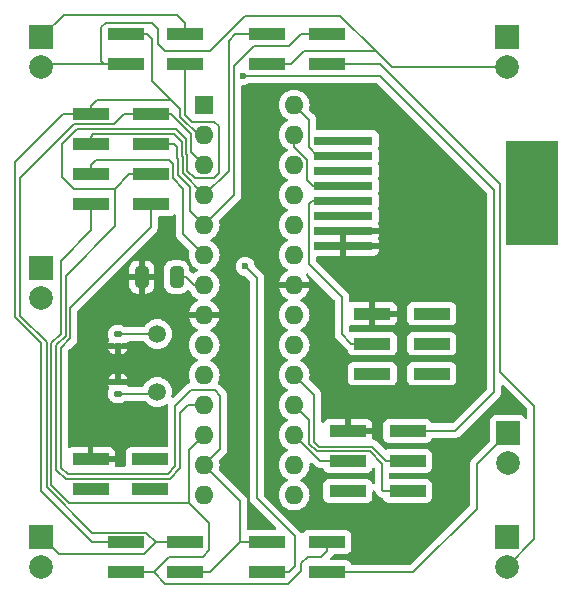
<source format=gbr>
%TF.GenerationSoftware,KiCad,Pcbnew,8.0.7*%
%TF.CreationDate,2025-01-13T22:24:01+01:00*%
%TF.ProjectId,circuit,63697263-7569-4742-9e6b-696361645f70,v1.1.0*%
%TF.SameCoordinates,Original*%
%TF.FileFunction,Copper,L1,Top*%
%TF.FilePolarity,Positive*%
%FSLAX46Y46*%
G04 Gerber Fmt 4.6, Leading zero omitted, Abs format (unit mm)*
G04 Created by KiCad (PCBNEW 8.0.7) date 2025-01-13 22:24:01*
%MOMM*%
%LPD*%
G01*
G04 APERTURE LIST*
G04 Aperture macros list*
%AMRoundRect*
0 Rectangle with rounded corners*
0 $1 Rounding radius*
0 $2 $3 $4 $5 $6 $7 $8 $9 X,Y pos of 4 corners*
0 Add a 4 corners polygon primitive as box body*
4,1,4,$2,$3,$4,$5,$6,$7,$8,$9,$2,$3,0*
0 Add four circle primitives for the rounded corners*
1,1,$1+$1,$2,$3*
1,1,$1+$1,$4,$5*
1,1,$1+$1,$6,$7*
1,1,$1+$1,$8,$9*
0 Add four rect primitives between the rounded corners*
20,1,$1+$1,$2,$3,$4,$5,0*
20,1,$1+$1,$4,$5,$6,$7,0*
20,1,$1+$1,$6,$7,$8,$9,0*
20,1,$1+$1,$8,$9,$2,$3,0*%
G04 Aperture macros list end*
%TA.AperFunction,ComponentPad*%
%ADD10R,2.000000X2.000000*%
%TD*%
%TA.AperFunction,ComponentPad*%
%ADD11C,2.000000*%
%TD*%
%TA.AperFunction,SMDPad,CuDef*%
%ADD12R,3.150000X1.000000*%
%TD*%
%TA.AperFunction,SMDPad,CuDef*%
%ADD13RoundRect,0.140000X0.170000X-0.140000X0.170000X0.140000X-0.170000X0.140000X-0.170000X-0.140000X0*%
%TD*%
%TA.AperFunction,SMDPad,CuDef*%
%ADD14RoundRect,0.140000X-0.170000X0.140000X-0.170000X-0.140000X0.170000X-0.140000X0.170000X0.140000X0*%
%TD*%
%TA.AperFunction,SMDPad,CuDef*%
%ADD15R,5.000000X0.760000*%
%TD*%
%TA.AperFunction,SMDPad,CuDef*%
%ADD16R,4.500000X8.800000*%
%TD*%
%TA.AperFunction,ComponentPad*%
%ADD17R,1.600000X1.600000*%
%TD*%
%TA.AperFunction,ComponentPad*%
%ADD18O,1.600000X1.600000*%
%TD*%
%TA.AperFunction,ComponentPad*%
%ADD19C,1.500000*%
%TD*%
%TA.AperFunction,SMDPad,CuDef*%
%ADD20RoundRect,0.250000X-0.325000X-0.650000X0.325000X-0.650000X0.325000X0.650000X-0.325000X0.650000X0*%
%TD*%
%TA.AperFunction,ViaPad*%
%ADD21C,0.600000*%
%TD*%
%TA.AperFunction,Conductor*%
%ADD22C,0.200000*%
%TD*%
G04 APERTURE END LIST*
D10*
%TO.P,J1.1.3,1,Pin_1*%
%TO.N,/L1*%
X254750000Y-89300000D03*
D11*
%TO.P,J1.1.3,2,Pin_2*%
%TO.N,/R2*%
X254750000Y-91840000D03*
%TD*%
D10*
%TO.P,J1.1.1,1,Pin_1*%
%TO.N,/L1*%
X254750000Y-47000000D03*
D11*
%TO.P,J1.1.1,2,Pin_2*%
%TO.N,/R1*%
X254750000Y-49540000D03*
%TD*%
D12*
%TO.P,J1.3,1,Pin_1*%
%TO.N,/L1*%
X222475000Y-89730000D03*
%TO.P,J1.3,2,Pin_2*%
%TO.N,/L2*%
X227525000Y-89730000D03*
%TO.P,J1.3,3,Pin_3*%
%TO.N,/R3*%
X222475000Y-92270000D03*
%TO.P,J1.3,4,Pin_4*%
%TO.N,/R4*%
X227525000Y-92270000D03*
%TD*%
D13*
%TO.P,C2,1*%
%TO.N,/XTAL2*%
X221830000Y-77180000D03*
%TO.P,C2,2*%
%TO.N,GND*%
X221830000Y-76220000D03*
%TD*%
D12*
%TO.P,J3,1,Pin_1*%
%TO.N,GND*%
X219510000Y-82720000D03*
%TO.P,J3,2,Pin_2*%
%TO.N,+5V*%
X224560000Y-82720000D03*
%TO.P,J3,3,Pin_3*%
%TO.N,/SDA*%
X219510000Y-85260000D03*
%TO.P,J3,4,Pin_4*%
%TO.N,/SCL*%
X224560000Y-85260000D03*
%TD*%
%TO.P,J5,1,Pin_1*%
%TO.N,GND*%
X243350000Y-70400000D03*
%TO.P,J5,2,Pin_2*%
%TO.N,+5V*%
X248400000Y-70400000D03*
%TO.P,J5,3,Pin_3*%
%TO.N,/RX*%
X243350000Y-72940000D03*
%TO.P,J5,4,Pin_4*%
%TO.N,/RY*%
X248400000Y-72940000D03*
%TO.P,J5,5,Pin_5*%
%TO.N,/Switch*%
X243350000Y-75480000D03*
%TO.P,J5,6*%
%TO.N,N/C*%
X248400000Y-75480000D03*
%TD*%
D10*
%TO.P,J1.1.2,1,Pin_1*%
%TO.N,/L2*%
X215350000Y-47000000D03*
D11*
%TO.P,J1.1.2,2,Pin_2*%
%TO.N,/R1*%
X215350000Y-49540000D03*
%TD*%
D14*
%TO.P,C1,1*%
%TO.N,/XTAL1*%
X221820000Y-72150000D03*
%TO.P,C1,2*%
%TO.N,GND*%
X221820000Y-73110000D03*
%TD*%
D15*
%TO.P,J4,1*%
%TO.N,GND*%
X240920000Y-64645000D03*
%TO.P,J4,2*%
X240920000Y-63375000D03*
%TO.P,J4,3*%
%TO.N,+5V*%
X240920000Y-62105000D03*
%TO.P,J4,4*%
%TO.N,/RX*%
X240920000Y-60835000D03*
%TO.P,J4,5*%
%TO.N,/SDA*%
X240920000Y-59565000D03*
%TO.P,J4,6*%
%TO.N,/RY*%
X240920000Y-58295000D03*
%TO.P,J4,7*%
%TO.N,/SCL*%
X240920000Y-57025000D03*
%TO.P,J4,8*%
%TO.N,/Switch*%
X240920000Y-55755000D03*
D16*
%TO.P,J4,L*%
%TO.N,N/C*%
X256850000Y-60200000D03*
%TD*%
D10*
%TO.P,J1.2.2,1,Pin_1*%
%TO.N,/L4*%
X215350000Y-66500000D03*
D11*
%TO.P,J1.2.2,2,Pin_2*%
%TO.N,/R1*%
X215350000Y-69040000D03*
%TD*%
D17*
%TO.P,U1,1,~{RESET}/PC6*%
%TO.N,/RESET*%
X229130000Y-52740000D03*
D18*
%TO.P,U1,2,PD0*%
%TO.N,/L1*%
X229130000Y-55280000D03*
%TO.P,U1,3,PD1*%
%TO.N,/L2*%
X229130000Y-57820000D03*
%TO.P,U1,4,PD2*%
%TO.N,/L3*%
X229130000Y-60360000D03*
%TO.P,U1,5,PD3*%
%TO.N,/L4*%
X229130000Y-62900000D03*
%TO.P,U1,6,PD4*%
%TO.N,/R1*%
X229130000Y-65440000D03*
%TO.P,U1,7,VCC*%
%TO.N,+5V*%
X229130000Y-67980000D03*
%TO.P,U1,8,GND*%
%TO.N,GND*%
X229130000Y-70520000D03*
%TO.P,U1,9,XTAL1/PB6*%
%TO.N,/XTAL1*%
X229130000Y-73060000D03*
%TO.P,U1,10,XTAL2/PB7*%
%TO.N,/XTAL2*%
X229130000Y-75600000D03*
%TO.P,U1,11,PD5*%
%TO.N,/R2*%
X229130000Y-78140000D03*
%TO.P,U1,12,PD6*%
%TO.N,/R3*%
X229130000Y-80680000D03*
%TO.P,U1,13,PD7*%
%TO.N,/R4*%
X229130000Y-83220000D03*
%TO.P,U1,14,PB0*%
%TO.N,unconnected-(U1-PB0-Pad14)*%
X229130000Y-85760000D03*
%TO.P,U1,15,PB1*%
%TO.N,unconnected-(U1-PB1-Pad15)*%
X236750000Y-85760000D03*
%TO.P,U1,16,PB2*%
%TO.N,unconnected-(U1-PB2-Pad16)*%
X236750000Y-83220000D03*
%TO.P,U1,17,PB3*%
%TO.N,/MOSI*%
X236750000Y-80680000D03*
%TO.P,U1,18,PB4*%
%TO.N,/MISO*%
X236750000Y-78140000D03*
%TO.P,U1,19,PB5*%
%TO.N,/SCK*%
X236750000Y-75600000D03*
%TO.P,U1,20,AVCC*%
%TO.N,+5V*%
X236750000Y-73060000D03*
%TO.P,U1,21,AREF*%
%TO.N,unconnected-(U1-AREF-Pad21)*%
X236750000Y-70520000D03*
%TO.P,U1,22,GND*%
%TO.N,GND*%
X236750000Y-67980000D03*
%TO.P,U1,23,PC0*%
%TO.N,unconnected-(U1-PC0-Pad23)*%
X236750000Y-65440000D03*
%TO.P,U1,24,PC1*%
%TO.N,unconnected-(U1-PC1-Pad24)*%
X236750000Y-62900000D03*
%TO.P,U1,25,PC2*%
%TO.N,unconnected-(U1-PC2-Pad25)*%
X236750000Y-60360000D03*
%TO.P,U1,26,PC3*%
%TO.N,unconnected-(U1-PC3-Pad26)*%
X236750000Y-57820000D03*
%TO.P,U1,27,PC4*%
%TO.N,/SDA*%
X236750000Y-55280000D03*
%TO.P,U1,28,PC5*%
%TO.N,/SCL*%
X236750000Y-52740000D03*
%TD*%
D12*
%TO.P,J2,1,MISO*%
%TO.N,/MISO*%
X246350000Y-85400000D03*
%TO.P,J2,2,VCC*%
%TO.N,+5V*%
X241300000Y-85400000D03*
%TO.P,J2,3,SCK*%
%TO.N,/SCK*%
X246350000Y-82860000D03*
%TO.P,J2,4,MOSI*%
%TO.N,/MOSI*%
X241300000Y-82860000D03*
%TO.P,J2,5,~{RST}*%
%TO.N,/RESET*%
X246350000Y-80320000D03*
%TO.P,J2,6,GND*%
%TO.N,GND*%
X241300000Y-80320000D03*
%TD*%
%TO.P,J1.2,1,Pin_1*%
%TO.N,/L3*%
X234475000Y-46730000D03*
%TO.P,J1.2,2,Pin_2*%
%TO.N,/L4*%
X239525000Y-46730000D03*
%TO.P,J1.2,3,Pin_3*%
%TO.N,/R1*%
X234475000Y-49270000D03*
%TO.P,J1.2,4,Pin_4*%
%TO.N,/R2*%
X239525000Y-49270000D03*
%TD*%
D19*
%TO.P,Y1,1,1*%
%TO.N,/XTAL1*%
X225150000Y-72125000D03*
%TO.P,Y1,2,2*%
%TO.N,/XTAL2*%
X225150000Y-77025000D03*
%TD*%
D10*
%TO.P,J1.2.1,1,Pin_1*%
%TO.N,/L3*%
X254850000Y-80500000D03*
D11*
%TO.P,J1.2.1,2,Pin_2*%
%TO.N,/R1*%
X254850000Y-83040000D03*
%TD*%
D12*
%TO.P,J1.4,1,Pin_1*%
%TO.N,/L3*%
X239525000Y-92270000D03*
%TO.P,J1.4,2,Pin_2*%
%TO.N,/L4*%
X234475000Y-92270000D03*
%TO.P,J1.4,3,Pin_3*%
%TO.N,/R3*%
X239525000Y-89730000D03*
%TO.P,J1.4,4,Pin_4*%
%TO.N,/R4*%
X234475000Y-89730000D03*
%TD*%
%TO.P,J1,1,Pin_1*%
%TO.N,/L1*%
X219550000Y-53535000D03*
%TO.P,J1,2,Pin_2*%
%TO.N,/L2*%
X224600000Y-53535000D03*
%TO.P,J1,3,Pin_3*%
%TO.N,/L3*%
X219550000Y-56075000D03*
%TO.P,J1,4,Pin_4*%
%TO.N,/L4*%
X224600000Y-56075000D03*
%TO.P,J1,5,Pin_5*%
%TO.N,/R1*%
X219550000Y-58615000D03*
%TO.P,J1,6,Pin_6*%
%TO.N,/R2*%
X224600000Y-58615000D03*
%TO.P,J1,7,Pin_7*%
%TO.N,/R3*%
X219550000Y-61155000D03*
%TO.P,J1,8,Pin_8*%
%TO.N,/R4*%
X224600000Y-61155000D03*
%TD*%
D10*
%TO.P,J1.1.4,1,Pin_1*%
%TO.N,/L2*%
X215350000Y-89300000D03*
D11*
%TO.P,J1.1.4,2,Pin_2*%
%TO.N,/R2*%
X215350000Y-91840000D03*
%TD*%
D20*
%TO.P,C3,1*%
%TO.N,GND*%
X223850000Y-67300000D03*
%TO.P,C3,2*%
%TO.N,+5V*%
X226800000Y-67300000D03*
%TD*%
D12*
%TO.P,J1.1,1,Pin_1*%
%TO.N,/L1*%
X222475000Y-46730000D03*
%TO.P,J1.1,2,Pin_2*%
%TO.N,/L2*%
X227525000Y-46730000D03*
%TO.P,J1.1,3,Pin_3*%
%TO.N,/R1*%
X222475000Y-49270000D03*
%TO.P,J1.1,4,Pin_4*%
%TO.N,/R2*%
X227525000Y-49270000D03*
%TD*%
D21*
%TO.N,+5V*%
X240920000Y-62105000D03*
X248400000Y-70400000D03*
X224560000Y-82720000D03*
X241300000Y-85400000D03*
%TO.N,/RESET*%
X232400000Y-50250000D03*
%TO.N,/L4*%
X232600000Y-66400000D03*
%TO.N,/SDA*%
X219510000Y-85260000D03*
%TO.N,/SCL*%
X224560000Y-85260000D03*
%TO.N,/Switch*%
X240920000Y-55755000D03*
X243350000Y-75480000D03*
%TO.N,/RY*%
X240920000Y-58295000D03*
X248400000Y-72940000D03*
%TD*%
D22*
%TO.N,+5V*%
X228280000Y-67980000D02*
X229130000Y-67980000D01*
X227600000Y-67300000D02*
X228280000Y-67980000D01*
X226800000Y-67300000D02*
X227600000Y-67300000D01*
%TO.N,/XTAL1*%
X221820000Y-72150000D02*
X225125000Y-72150000D01*
X225125000Y-72150000D02*
X225150000Y-72125000D01*
%TO.N,/XTAL2*%
X224995000Y-77180000D02*
X225150000Y-77025000D01*
X221830000Y-77180000D02*
X224995000Y-77180000D01*
%TO.N,/MOSI*%
X238930000Y-82860000D02*
X236750000Y-80680000D01*
X241300000Y-82860000D02*
X238930000Y-82860000D01*
%TO.N,/RESET*%
X246350000Y-80320000D02*
X246370000Y-80300000D01*
X250400000Y-80300000D02*
X253700000Y-77000000D01*
X253700000Y-77000000D02*
X253700000Y-59950000D01*
X246370000Y-80300000D02*
X250400000Y-80300000D01*
X244000000Y-50250000D02*
X232400000Y-50250000D01*
X253700000Y-59950000D02*
X244000000Y-50250000D01*
%TO.N,/SCK*%
X244560000Y-82860000D02*
X243350000Y-81650000D01*
X238450000Y-77300000D02*
X236750000Y-75600000D01*
X246350000Y-82860000D02*
X244560000Y-82860000D01*
X243350000Y-81650000D02*
X238865686Y-81650000D01*
X238865686Y-81650000D02*
X238450000Y-81234314D01*
X238450000Y-81234314D02*
X238450000Y-77300000D01*
%TO.N,/MISO*%
X244300000Y-85400000D02*
X244200000Y-85300000D01*
X243160000Y-82060000D02*
X238710000Y-82060000D01*
X238050000Y-81400000D02*
X238050000Y-79440000D01*
X244200000Y-83100000D02*
X243160000Y-82060000D01*
X246350000Y-85400000D02*
X244300000Y-85400000D01*
X238050000Y-79440000D02*
X236750000Y-78140000D01*
X238710000Y-82060000D02*
X238050000Y-81400000D01*
X244200000Y-85300000D02*
X244200000Y-83100000D01*
%TO.N,/L3*%
X219550000Y-55425000D02*
X219550000Y-56075000D01*
X229130000Y-60360000D02*
X227300000Y-58530000D01*
X239525000Y-92270000D02*
X246830000Y-92270000D01*
X226550000Y-55225000D02*
X219750000Y-55225000D01*
X231200000Y-47300000D02*
X231200000Y-58290000D01*
X231200000Y-58290000D02*
X229130000Y-60360000D01*
X227230000Y-55905000D02*
X226550000Y-55225000D01*
X231770000Y-46730000D02*
X231200000Y-47300000D01*
X252200000Y-86900000D02*
X252200000Y-83150000D01*
X219750000Y-55225000D02*
X219550000Y-55425000D01*
X234475000Y-46730000D02*
X231770000Y-46730000D01*
X246830000Y-92270000D02*
X252200000Y-86900000D01*
X227230000Y-57051372D02*
X227230000Y-55905000D01*
X227300000Y-57121372D02*
X227230000Y-57051372D01*
X252200000Y-83150000D02*
X254850000Y-80500000D01*
X227300000Y-58530000D02*
X227300000Y-57121372D01*
%TO.N,/L1*%
X228664314Y-55280000D02*
X229130000Y-55280000D01*
X215300000Y-85400000D02*
X219630000Y-89730000D01*
X220055000Y-52325000D02*
X226350000Y-52325000D01*
X227100000Y-53715686D02*
X228664314Y-55280000D01*
X219550000Y-53535000D02*
X219550000Y-52830000D01*
X222475000Y-46730000D02*
X224280000Y-46730000D01*
X224700000Y-50675000D02*
X224700000Y-47150000D01*
X215300000Y-72900000D02*
X215300000Y-85400000D01*
X213100000Y-70700000D02*
X215300000Y-72900000D01*
X213100000Y-57575000D02*
X213100000Y-70700000D01*
X219550000Y-52830000D02*
X220055000Y-52325000D01*
X226350000Y-52325000D02*
X227100000Y-53075000D01*
X217140000Y-53535000D02*
X213100000Y-57575000D01*
X227100000Y-53075000D02*
X227100000Y-53715686D01*
X219550000Y-53535000D02*
X217140000Y-53535000D01*
X219630000Y-89730000D02*
X222475000Y-89730000D01*
X224700000Y-50675000D02*
X226350000Y-52325000D01*
X224280000Y-46730000D02*
X224700000Y-47150000D01*
%TO.N,/L2*%
X213560000Y-58915000D02*
X213560000Y-70560000D01*
X219630000Y-88930000D02*
X224230000Y-88930000D01*
X218100000Y-54375000D02*
X213560000Y-58915000D01*
X215800000Y-72800000D02*
X215800000Y-85100000D01*
X227525000Y-89730000D02*
X225120000Y-89730000D01*
X225030000Y-89730000D02*
X224010000Y-90750000D01*
X227525000Y-45825000D02*
X226800000Y-45100000D01*
X228030000Y-56720000D02*
X229130000Y-57820000D01*
X228030000Y-55230000D02*
X228030000Y-56720000D01*
X217250000Y-45100000D02*
X215350000Y-47000000D01*
X215800000Y-85100000D02*
X219630000Y-88930000D01*
X227525000Y-46730000D02*
X227525000Y-45825000D01*
X226800000Y-45100000D02*
X217250000Y-45100000D01*
X225120000Y-89730000D02*
X225030000Y-89730000D01*
X224010000Y-90750000D02*
X216800000Y-90750000D01*
X224600000Y-53535000D02*
X222340000Y-53535000D01*
X226335000Y-53535000D02*
X228030000Y-55230000D01*
X222340000Y-53535000D02*
X221500000Y-54375000D01*
X224600000Y-53535000D02*
X226335000Y-53535000D01*
X224230000Y-88930000D02*
X225030000Y-89730000D01*
X213560000Y-70560000D02*
X215800000Y-72800000D01*
X221500000Y-54375000D02*
X218100000Y-54375000D01*
X216800000Y-90750000D02*
X215350000Y-89300000D01*
%TO.N,/R4*%
X224600000Y-61155000D02*
X224600000Y-63100000D01*
X234475000Y-89730000D02*
X232170000Y-89730000D01*
X228000000Y-76900000D02*
X230050000Y-76900000D01*
X230050000Y-76900000D02*
X230500000Y-77350000D01*
X224600000Y-63100000D02*
X217800000Y-69900000D01*
X217800000Y-69900000D02*
X217800000Y-72500000D01*
X230500000Y-81850000D02*
X229130000Y-83220000D01*
X230500000Y-77350000D02*
X230500000Y-81850000D01*
X217800000Y-72500000D02*
X217000000Y-73300000D01*
X232170000Y-89730000D02*
X232170000Y-86260000D01*
X226034314Y-84000000D02*
X226700000Y-83334314D01*
X226700000Y-78200000D02*
X228000000Y-76900000D01*
X217000000Y-83434314D02*
X217565686Y-84000000D01*
X232170000Y-89730000D02*
X229630000Y-92270000D01*
X226700000Y-83334314D02*
X226700000Y-78200000D01*
X232170000Y-86260000D02*
X229130000Y-83220000D01*
X217565686Y-84000000D02*
X226034314Y-84000000D01*
X217000000Y-73300000D02*
X217000000Y-83434314D01*
X229630000Y-92270000D02*
X227525000Y-92270000D01*
%TO.N,/R1*%
X222475000Y-49270000D02*
X220670000Y-49270000D01*
X227350000Y-59815686D02*
X227350000Y-63660000D01*
X237550000Y-48200000D02*
X236480000Y-49270000D01*
X227350000Y-63660000D02*
X229130000Y-65440000D01*
X219550000Y-57825000D02*
X220000000Y-57375000D01*
X236480000Y-49270000D02*
X234475000Y-49270000D01*
X226475000Y-58940686D02*
X227350000Y-59815686D01*
X220800000Y-45750000D02*
X224700000Y-45750000D01*
X220670000Y-49270000D02*
X220400000Y-49000000D01*
X225850000Y-48150000D02*
X229650000Y-48150000D01*
X245040000Y-49540000D02*
X243700000Y-48200000D01*
X225250000Y-47550000D02*
X225850000Y-48150000D01*
X226134314Y-57375000D02*
X226475000Y-57715686D01*
X219550000Y-58615000D02*
X219550000Y-57825000D01*
X243670000Y-48200000D02*
X243700000Y-48200000D01*
X225250000Y-46300000D02*
X225250000Y-47550000D01*
X220400000Y-46150000D02*
X220800000Y-45750000D01*
X226475000Y-57715686D02*
X226475000Y-58940686D01*
X220400000Y-49000000D02*
X220400000Y-46150000D01*
X240670000Y-45200000D02*
X243670000Y-48200000D01*
X224700000Y-45750000D02*
X225250000Y-46300000D01*
X254750000Y-49540000D02*
X245040000Y-49540000D01*
X229650000Y-48150000D02*
X232600000Y-45200000D01*
X222475000Y-49270000D02*
X215620000Y-49270000D01*
X243700000Y-48200000D02*
X237550000Y-48200000D01*
X220000000Y-57375000D02*
X226134314Y-57375000D01*
X215620000Y-49270000D02*
X215350000Y-49540000D01*
X232600000Y-45200000D02*
X240670000Y-45200000D01*
%TO.N,/R3*%
X225830000Y-93250000D02*
X224850000Y-92270000D01*
X237350000Y-92150000D02*
X236250000Y-93250000D01*
X227850000Y-81960000D02*
X229130000Y-80680000D01*
X224850000Y-92270000D02*
X226120000Y-91000000D01*
X219550000Y-61155000D02*
X219550000Y-63350000D01*
X216200000Y-72900000D02*
X216200000Y-84934314D01*
X222475000Y-92270000D02*
X224850000Y-92270000D01*
X219550000Y-63350000D02*
X217000000Y-65900000D01*
X239525000Y-90525000D02*
X239050000Y-91000000D01*
X237350000Y-91550000D02*
X237350000Y-92150000D01*
X237900000Y-91000000D02*
X237350000Y-91550000D01*
X217000000Y-65900000D02*
X217000000Y-72100000D01*
X227850000Y-86400000D02*
X227850000Y-81960000D01*
X236250000Y-93250000D02*
X225830000Y-93250000D01*
X239050000Y-91000000D02*
X237900000Y-91000000D01*
X229550000Y-90450000D02*
X229550000Y-88100000D01*
X229550000Y-88100000D02*
X227850000Y-86400000D01*
X216200000Y-84934314D02*
X217665686Y-86400000D01*
X229000000Y-91000000D02*
X229550000Y-90450000D01*
X239525000Y-89730000D02*
X239525000Y-90525000D01*
X217000000Y-72100000D02*
X216200000Y-72900000D01*
X217665686Y-86400000D02*
X227850000Y-86400000D01*
X226120000Y-91000000D02*
X229000000Y-91000000D01*
%TO.N,/R2*%
X217400000Y-84400000D02*
X226200000Y-84400000D01*
X230000000Y-54150000D02*
X228100000Y-54150000D01*
X218350000Y-54775000D02*
X226750000Y-54775000D01*
X226750000Y-54775000D02*
X227630000Y-55655000D01*
X221600000Y-59825000D02*
X218085000Y-59825000D01*
X254200000Y-75300000D02*
X254200000Y-59450000D01*
X229930000Y-58920000D02*
X230400000Y-58450000D01*
X228100000Y-54150000D02*
X227525000Y-53575000D01*
X216600000Y-73065686D02*
X216600000Y-83600000D01*
X222810000Y-58615000D02*
X224600000Y-58615000D01*
X254750000Y-91840000D02*
X257100000Y-89490000D01*
X227630000Y-56885686D02*
X227700000Y-56955686D01*
X226200000Y-84400000D02*
X227100000Y-83500000D01*
X228320000Y-58920000D02*
X229930000Y-58920000D01*
X216600000Y-83600000D02*
X217400000Y-84400000D01*
X221600000Y-63000000D02*
X217400000Y-67200000D01*
X230400000Y-58450000D02*
X230400000Y-54550000D01*
X254200000Y-59450000D02*
X244020000Y-49270000D01*
X217400000Y-72265686D02*
X216600000Y-73065686D01*
X227525000Y-53575000D02*
X227525000Y-49270000D01*
X227630000Y-55655000D02*
X227630000Y-56885686D01*
X227100000Y-78800000D02*
X227760000Y-78140000D01*
X217100000Y-58840000D02*
X217100000Y-56025000D01*
X257100000Y-89490000D02*
X257100000Y-78200000D01*
X222810000Y-58615000D02*
X221600000Y-59825000D01*
X227760000Y-78140000D02*
X229130000Y-78140000D01*
X217400000Y-67200000D02*
X217400000Y-72265686D01*
X221600000Y-59825000D02*
X221600000Y-63000000D01*
X244020000Y-49270000D02*
X239525000Y-49270000D01*
X230400000Y-54550000D02*
X230000000Y-54150000D01*
X227100000Y-83500000D02*
X227100000Y-78800000D01*
X227700000Y-56955686D02*
X227700000Y-58300000D01*
X227700000Y-58300000D02*
X228320000Y-58920000D01*
X218085000Y-59825000D02*
X217100000Y-58840000D01*
X217100000Y-56025000D02*
X218350000Y-54775000D01*
X257100000Y-78200000D02*
X254200000Y-75300000D01*
%TO.N,/L4*%
X239525000Y-46730000D02*
X237370000Y-46730000D01*
X236350000Y-47750000D02*
X233320000Y-47750000D01*
X226900000Y-58695686D02*
X226900000Y-57300000D01*
X231650000Y-49420000D02*
X231650000Y-60380000D01*
X232600000Y-66400000D02*
X233600000Y-67400000D01*
X226830000Y-56330000D02*
X226575000Y-56075000D01*
X236330000Y-92270000D02*
X234475000Y-92270000D01*
X227900000Y-61670000D02*
X227900000Y-59695686D01*
X226830000Y-57230000D02*
X226830000Y-56330000D01*
X233600000Y-86050000D02*
X236800000Y-89250000D01*
X226575000Y-56075000D02*
X224600000Y-56075000D01*
X236800000Y-91800000D02*
X236330000Y-92270000D01*
X233600000Y-67400000D02*
X233600000Y-86050000D01*
X237370000Y-46730000D02*
X236350000Y-47750000D01*
X233320000Y-47750000D02*
X231650000Y-49420000D01*
X226900000Y-57300000D02*
X226830000Y-57230000D01*
X227900000Y-59695686D02*
X226900000Y-58695686D01*
X229130000Y-62900000D02*
X227900000Y-61670000D01*
X231650000Y-60380000D02*
X229130000Y-62900000D01*
X236800000Y-89250000D02*
X236800000Y-91800000D01*
%TO.N,/SDA*%
X238315000Y-59565000D02*
X240920000Y-59565000D01*
X237850000Y-59100000D02*
X238315000Y-59565000D01*
X236750000Y-55280000D02*
X236750000Y-56250000D01*
X237850000Y-57350000D02*
X237850000Y-59100000D01*
X236750000Y-56250000D02*
X237850000Y-57350000D01*
%TO.N,/SCL*%
X238710000Y-57025000D02*
X238000000Y-56315000D01*
X238000000Y-53990000D02*
X236750000Y-52740000D01*
X240920000Y-57025000D02*
X238710000Y-57025000D01*
X238000000Y-56315000D02*
X238000000Y-53990000D01*
%TO.N,/RX*%
X240800000Y-72150000D02*
X241590000Y-72940000D01*
X238000000Y-66200000D02*
X240800000Y-69000000D01*
X240920000Y-60835000D02*
X238265000Y-60835000D01*
X241590000Y-72940000D02*
X243350000Y-72940000D01*
X240800000Y-69000000D02*
X240800000Y-72150000D01*
X238265000Y-60835000D02*
X238000000Y-61100000D01*
X238000000Y-61100000D02*
X238000000Y-66200000D01*
%TD*%
%TA.AperFunction,Conductor*%
%TO.N,GND*%
G36*
X243766942Y-50870185D02*
G01*
X243787584Y-50886819D01*
X253063181Y-60162416D01*
X253096666Y-60223739D01*
X253099500Y-60250097D01*
X253099500Y-76699902D01*
X253079815Y-76766941D01*
X253063181Y-76787583D01*
X250187584Y-79663181D01*
X250126261Y-79696666D01*
X250099903Y-79699500D01*
X248500331Y-79699500D01*
X248433292Y-79679815D01*
X248387537Y-79627011D01*
X248384149Y-79618832D01*
X248368798Y-79577673D01*
X248368793Y-79577664D01*
X248282547Y-79462455D01*
X248282544Y-79462452D01*
X248167335Y-79376206D01*
X248167328Y-79376202D01*
X248032482Y-79325908D01*
X248032483Y-79325908D01*
X247972883Y-79319501D01*
X247972881Y-79319500D01*
X247972873Y-79319500D01*
X247972864Y-79319500D01*
X244727129Y-79319500D01*
X244727123Y-79319501D01*
X244667516Y-79325908D01*
X244532671Y-79376202D01*
X244532664Y-79376206D01*
X244417455Y-79462452D01*
X244417452Y-79462455D01*
X244331206Y-79577664D01*
X244331202Y-79577671D01*
X244280908Y-79712517D01*
X244274501Y-79772116D01*
X244274500Y-79772135D01*
X244274500Y-80867870D01*
X244274501Y-80867876D01*
X244280908Y-80927483D01*
X244331202Y-81062328D01*
X244331206Y-81062335D01*
X244417452Y-81177544D01*
X244417455Y-81177547D01*
X244532664Y-81263793D01*
X244532671Y-81263797D01*
X244667517Y-81314091D01*
X244667516Y-81314091D01*
X244674444Y-81314835D01*
X244727127Y-81320500D01*
X247972872Y-81320499D01*
X248032483Y-81314091D01*
X248167331Y-81263796D01*
X248282546Y-81177546D01*
X248368796Y-81062331D01*
X248373582Y-81049499D01*
X248399068Y-80981168D01*
X248440939Y-80925234D01*
X248506403Y-80900816D01*
X248515250Y-80900500D01*
X250313331Y-80900500D01*
X250313347Y-80900501D01*
X250320943Y-80900501D01*
X250479054Y-80900501D01*
X250479057Y-80900501D01*
X250631785Y-80859577D01*
X250681904Y-80830639D01*
X250768716Y-80780520D01*
X250880520Y-80668716D01*
X250880520Y-80668714D01*
X250890728Y-80658507D01*
X250890729Y-80658504D01*
X254180520Y-77368716D01*
X254259577Y-77231784D01*
X254300501Y-77079057D01*
X254300501Y-76920942D01*
X254300501Y-76913347D01*
X254300500Y-76913329D01*
X254300500Y-76549097D01*
X254320185Y-76482058D01*
X254372989Y-76436303D01*
X254442147Y-76426359D01*
X254505703Y-76455384D01*
X254512181Y-76461416D01*
X256463181Y-78412416D01*
X256496666Y-78473739D01*
X256499500Y-78500097D01*
X256499500Y-79159897D01*
X256479815Y-79226936D01*
X256427011Y-79272691D01*
X256357853Y-79282635D01*
X256294297Y-79253610D01*
X256276234Y-79234208D01*
X256207547Y-79142455D01*
X256207544Y-79142452D01*
X256092335Y-79056206D01*
X256092328Y-79056202D01*
X255957482Y-79005908D01*
X255957483Y-79005908D01*
X255897883Y-78999501D01*
X255897881Y-78999500D01*
X255897873Y-78999500D01*
X255897864Y-78999500D01*
X253802129Y-78999500D01*
X253802123Y-78999501D01*
X253742516Y-79005908D01*
X253607671Y-79056202D01*
X253607664Y-79056206D01*
X253492455Y-79142452D01*
X253492452Y-79142455D01*
X253406206Y-79257664D01*
X253406202Y-79257671D01*
X253355908Y-79392517D01*
X253349501Y-79452116D01*
X253349500Y-79452135D01*
X253349500Y-81099902D01*
X253329815Y-81166941D01*
X253313181Y-81187583D01*
X251719481Y-82781282D01*
X251719479Y-82781284D01*
X251698163Y-82818206D01*
X251689153Y-82833813D01*
X251640423Y-82918215D01*
X251599499Y-83070943D01*
X251599499Y-83070945D01*
X251599499Y-83239046D01*
X251599500Y-83239059D01*
X251599500Y-86599903D01*
X251579815Y-86666942D01*
X251563181Y-86687584D01*
X246617584Y-91633181D01*
X246556261Y-91666666D01*
X246529903Y-91669500D01*
X241682791Y-91669500D01*
X241615752Y-91649815D01*
X241569997Y-91597011D01*
X241566609Y-91588833D01*
X241543797Y-91527671D01*
X241543793Y-91527664D01*
X241457547Y-91412455D01*
X241457544Y-91412452D01*
X241342335Y-91326206D01*
X241342328Y-91326202D01*
X241207482Y-91275908D01*
X241207483Y-91275908D01*
X241147883Y-91269501D01*
X241147881Y-91269500D01*
X241147873Y-91269500D01*
X241147865Y-91269500D01*
X239929096Y-91269500D01*
X239862057Y-91249815D01*
X239816302Y-91197011D01*
X239806358Y-91127853D01*
X239835383Y-91064297D01*
X239841414Y-91057820D01*
X239883505Y-91015729D01*
X239883510Y-91015725D01*
X239893714Y-91005520D01*
X239893716Y-91005520D01*
X240005520Y-90893716D01*
X240048821Y-90818716D01*
X240063958Y-90792499D01*
X240114525Y-90744283D01*
X240171345Y-90730499D01*
X241147871Y-90730499D01*
X241147872Y-90730499D01*
X241207483Y-90724091D01*
X241342331Y-90673796D01*
X241457546Y-90587546D01*
X241543796Y-90472331D01*
X241594091Y-90337483D01*
X241600500Y-90277873D01*
X241600499Y-89182128D01*
X241594091Y-89122517D01*
X241589353Y-89109815D01*
X241543797Y-88987671D01*
X241543793Y-88987664D01*
X241457547Y-88872455D01*
X241457544Y-88872452D01*
X241342335Y-88786206D01*
X241342328Y-88786202D01*
X241207482Y-88735908D01*
X241207483Y-88735908D01*
X241147883Y-88729501D01*
X241147881Y-88729500D01*
X241147873Y-88729500D01*
X241147864Y-88729500D01*
X237902129Y-88729500D01*
X237902123Y-88729501D01*
X237842516Y-88735908D01*
X237707671Y-88786202D01*
X237707664Y-88786206D01*
X237592455Y-88872452D01*
X237526123Y-88961060D01*
X237470189Y-89002930D01*
X237400497Y-89007914D01*
X237339175Y-88974428D01*
X237319469Y-88948747D01*
X237280521Y-88881286D01*
X237280520Y-88881284D01*
X237168716Y-88769480D01*
X237168715Y-88769479D01*
X237164385Y-88765149D01*
X237164374Y-88765139D01*
X234236819Y-85837584D01*
X234203334Y-85776261D01*
X234200500Y-85749903D01*
X234200500Y-67489060D01*
X234200501Y-67489047D01*
X234200501Y-67320944D01*
X234174049Y-67222226D01*
X234159577Y-67168216D01*
X234091326Y-67050000D01*
X234080524Y-67031290D01*
X234080518Y-67031282D01*
X233758253Y-66709017D01*
X233430699Y-66381464D01*
X233397215Y-66320142D01*
X233395163Y-66307686D01*
X233385368Y-66220745D01*
X233325789Y-66050478D01*
X233229816Y-65897738D01*
X233102262Y-65770184D01*
X232949523Y-65674211D01*
X232779254Y-65614631D01*
X232779249Y-65614630D01*
X232600004Y-65594435D01*
X232599996Y-65594435D01*
X232420750Y-65614630D01*
X232420745Y-65614631D01*
X232250476Y-65674211D01*
X232097737Y-65770184D01*
X231970184Y-65897737D01*
X231874211Y-66050476D01*
X231814631Y-66220745D01*
X231814630Y-66220750D01*
X231794435Y-66399996D01*
X231794435Y-66400003D01*
X231814630Y-66579249D01*
X231814631Y-66579254D01*
X231874211Y-66749523D01*
X231937262Y-66849867D01*
X231970184Y-66902262D01*
X232097738Y-67029816D01*
X232250478Y-67125789D01*
X232420745Y-67185368D01*
X232507669Y-67195161D01*
X232572080Y-67222226D01*
X232581465Y-67230700D01*
X232963181Y-67612416D01*
X232996666Y-67673739D01*
X232999500Y-67700097D01*
X232999500Y-85963330D01*
X232999499Y-85963348D01*
X232999499Y-86093705D01*
X232986216Y-86138938D01*
X233013477Y-86181357D01*
X233014258Y-86184137D01*
X233022874Y-86216292D01*
X233040424Y-86281789D01*
X233040425Y-86281790D01*
X233063030Y-86320942D01*
X233063031Y-86320944D01*
X233119475Y-86418709D01*
X233119481Y-86418717D01*
X233238349Y-86537585D01*
X233238355Y-86537590D01*
X235218584Y-88517819D01*
X235252069Y-88579142D01*
X235247085Y-88648834D01*
X235205213Y-88704767D01*
X235139749Y-88729184D01*
X235130903Y-88729500D01*
X232894500Y-88729500D01*
X232827461Y-88709815D01*
X232781706Y-88657011D01*
X232770500Y-88605500D01*
X232770500Y-86216292D01*
X232783782Y-86171058D01*
X232756522Y-86128640D01*
X232755724Y-86125798D01*
X232729577Y-86028215D01*
X232729577Y-86028214D01*
X232696511Y-85970943D01*
X232650522Y-85891287D01*
X232650521Y-85891286D01*
X232650520Y-85891284D01*
X232538716Y-85779480D01*
X232538715Y-85779479D01*
X232534385Y-85775149D01*
X232534374Y-85775139D01*
X230421941Y-83662706D01*
X230388456Y-83601383D01*
X230389847Y-83542931D01*
X230390320Y-83541167D01*
X230415635Y-83446692D01*
X230435468Y-83220000D01*
X230415635Y-82993308D01*
X230389847Y-82897066D01*
X230391510Y-82827217D01*
X230421939Y-82777294D01*
X230980520Y-82218716D01*
X231059577Y-82081784D01*
X231100501Y-81929057D01*
X231100501Y-81770942D01*
X231100501Y-81763347D01*
X231100500Y-81763329D01*
X231100500Y-77270946D01*
X231100499Y-77270939D01*
X231087103Y-77220943D01*
X231059577Y-77118215D01*
X231005759Y-77025000D01*
X230980520Y-76981284D01*
X230868716Y-76869480D01*
X230868715Y-76869479D01*
X230864385Y-76865149D01*
X230864374Y-76865139D01*
X230537590Y-76538355D01*
X230537588Y-76538352D01*
X230418717Y-76419481D01*
X230418716Y-76419480D01*
X230331904Y-76369360D01*
X230331909Y-76369350D01*
X230331866Y-76369338D01*
X230331215Y-76368962D01*
X230283018Y-76318379D01*
X230269819Y-76249767D01*
X230280869Y-76209197D01*
X230356739Y-76046496D01*
X230415635Y-75826692D01*
X230435468Y-75600000D01*
X230415635Y-75373308D01*
X230356739Y-75153504D01*
X230260568Y-74947266D01*
X230130047Y-74760861D01*
X230130045Y-74760858D01*
X229969141Y-74599954D01*
X229782734Y-74469432D01*
X229782728Y-74469429D01*
X229724725Y-74442382D01*
X229672285Y-74396210D01*
X229653133Y-74329017D01*
X229673348Y-74262135D01*
X229724725Y-74217618D01*
X229782734Y-74190568D01*
X229969139Y-74060047D01*
X230130047Y-73899139D01*
X230260568Y-73712734D01*
X230356739Y-73506496D01*
X230415635Y-73286692D01*
X230435468Y-73060000D01*
X230415635Y-72833308D01*
X230363193Y-72637590D01*
X230356741Y-72613511D01*
X230356738Y-72613502D01*
X230340676Y-72579057D01*
X230260568Y-72407266D01*
X230130047Y-72220861D01*
X230130045Y-72220858D01*
X229969141Y-72059954D01*
X229782734Y-71929432D01*
X229782732Y-71929431D01*
X229771275Y-71924088D01*
X229724132Y-71902105D01*
X229671694Y-71855934D01*
X229652542Y-71788740D01*
X229672758Y-71721859D01*
X229724134Y-71677341D01*
X229782484Y-71650132D01*
X229968820Y-71519657D01*
X230129657Y-71358820D01*
X230260134Y-71172482D01*
X230356265Y-70966326D01*
X230356269Y-70966317D01*
X230408872Y-70770000D01*
X229445686Y-70770000D01*
X229450080Y-70765606D01*
X229502741Y-70674394D01*
X229530000Y-70572661D01*
X229530000Y-70467339D01*
X229502741Y-70365606D01*
X229450080Y-70274394D01*
X229445686Y-70270000D01*
X230408872Y-70270000D01*
X230408872Y-70269999D01*
X230356269Y-70073682D01*
X230356265Y-70073673D01*
X230260134Y-69867517D01*
X230129657Y-69681179D01*
X229968820Y-69520342D01*
X229782482Y-69389865D01*
X229724133Y-69362657D01*
X229671694Y-69316484D01*
X229652542Y-69249291D01*
X229672758Y-69182410D01*
X229724129Y-69137895D01*
X229782734Y-69110568D01*
X229969139Y-68980047D01*
X230130047Y-68819139D01*
X230260568Y-68632734D01*
X230356739Y-68426496D01*
X230415635Y-68206692D01*
X230435468Y-67980000D01*
X230434024Y-67963500D01*
X230415635Y-67753313D01*
X230415635Y-67753308D01*
X230356739Y-67533504D01*
X230260568Y-67327266D01*
X230130047Y-67140861D01*
X230130045Y-67140858D01*
X229969141Y-66979954D01*
X229782734Y-66849432D01*
X229782728Y-66849429D01*
X229724725Y-66822382D01*
X229672285Y-66776210D01*
X229653133Y-66709017D01*
X229673348Y-66642135D01*
X229724725Y-66597618D01*
X229782734Y-66570568D01*
X229969139Y-66440047D01*
X230130047Y-66279139D01*
X230260568Y-66092734D01*
X230356739Y-65886496D01*
X230415635Y-65666692D01*
X230435468Y-65440000D01*
X230415635Y-65213308D01*
X230356739Y-64993504D01*
X230260568Y-64787266D01*
X230130047Y-64600861D01*
X230130045Y-64600858D01*
X229969141Y-64439954D01*
X229782734Y-64309432D01*
X229782728Y-64309429D01*
X229724725Y-64282382D01*
X229672285Y-64236210D01*
X229653133Y-64169017D01*
X229673348Y-64102135D01*
X229724725Y-64057618D01*
X229733912Y-64053334D01*
X229782734Y-64030568D01*
X229969139Y-63900047D01*
X230130047Y-63739139D01*
X230260568Y-63552734D01*
X230356739Y-63346496D01*
X230415635Y-63126692D01*
X230435468Y-62900000D01*
X230415635Y-62673308D01*
X230389847Y-62577066D01*
X230391510Y-62507217D01*
X230421939Y-62457294D01*
X232018713Y-60860521D01*
X232018716Y-60860520D01*
X232130520Y-60748716D01*
X232180639Y-60661904D01*
X232209577Y-60611785D01*
X232250500Y-60459057D01*
X232250500Y-60300943D01*
X232250500Y-52739998D01*
X235444532Y-52739998D01*
X235444532Y-52740001D01*
X235464364Y-52966686D01*
X235464366Y-52966697D01*
X235523258Y-53186488D01*
X235523261Y-53186497D01*
X235619431Y-53392732D01*
X235619432Y-53392734D01*
X235749954Y-53579141D01*
X235910858Y-53740045D01*
X235910861Y-53740047D01*
X236097266Y-53870568D01*
X236155275Y-53897618D01*
X236207714Y-53943791D01*
X236226866Y-54010984D01*
X236206650Y-54077865D01*
X236155275Y-54122382D01*
X236097267Y-54149431D01*
X236097265Y-54149432D01*
X235910858Y-54279954D01*
X235749954Y-54440858D01*
X235619432Y-54627265D01*
X235619431Y-54627267D01*
X235523261Y-54833502D01*
X235523258Y-54833511D01*
X235464366Y-55053302D01*
X235464364Y-55053313D01*
X235444532Y-55279998D01*
X235444532Y-55280001D01*
X235464364Y-55506686D01*
X235464366Y-55506697D01*
X235523258Y-55726488D01*
X235523261Y-55726497D01*
X235619431Y-55932732D01*
X235619432Y-55932734D01*
X235749954Y-56119141D01*
X235910858Y-56280045D01*
X235910861Y-56280047D01*
X236097266Y-56410568D01*
X236133043Y-56427251D01*
X236185481Y-56473421D01*
X236188024Y-56477630D01*
X236197456Y-56493966D01*
X236213930Y-56561866D01*
X236191079Y-56627893D01*
X236142476Y-56668350D01*
X236097266Y-56689431D01*
X235910858Y-56819954D01*
X235749954Y-56980858D01*
X235619432Y-57167265D01*
X235619431Y-57167267D01*
X235523261Y-57373502D01*
X235523258Y-57373511D01*
X235464366Y-57593302D01*
X235464364Y-57593313D01*
X235444532Y-57819998D01*
X235444532Y-57820001D01*
X235464364Y-58046686D01*
X235464366Y-58046697D01*
X235523258Y-58266488D01*
X235523261Y-58266497D01*
X235619431Y-58472732D01*
X235619432Y-58472734D01*
X235749954Y-58659141D01*
X235910858Y-58820045D01*
X235910861Y-58820047D01*
X236097266Y-58950568D01*
X236146088Y-58973334D01*
X236155275Y-58977618D01*
X236207714Y-59023791D01*
X236226866Y-59090984D01*
X236206650Y-59157865D01*
X236155275Y-59202382D01*
X236097267Y-59229431D01*
X236097265Y-59229432D01*
X235910858Y-59359954D01*
X235749954Y-59520858D01*
X235619432Y-59707265D01*
X235619431Y-59707267D01*
X235523261Y-59913502D01*
X235523258Y-59913511D01*
X235464366Y-60133302D01*
X235464364Y-60133313D01*
X235444532Y-60359998D01*
X235444532Y-60360001D01*
X235464364Y-60586686D01*
X235464366Y-60586697D01*
X235523258Y-60806488D01*
X235523261Y-60806497D01*
X235619431Y-61012732D01*
X235619432Y-61012734D01*
X235749954Y-61199141D01*
X235910858Y-61360045D01*
X235910861Y-61360047D01*
X236097266Y-61490568D01*
X236146088Y-61513334D01*
X236155275Y-61517618D01*
X236207714Y-61563791D01*
X236226866Y-61630984D01*
X236206650Y-61697865D01*
X236155275Y-61742382D01*
X236097267Y-61769431D01*
X236097265Y-61769432D01*
X235910858Y-61899954D01*
X235749954Y-62060858D01*
X235619432Y-62247265D01*
X235619431Y-62247267D01*
X235523261Y-62453502D01*
X235523258Y-62453511D01*
X235464366Y-62673302D01*
X235464364Y-62673313D01*
X235444532Y-62899998D01*
X235444532Y-62900001D01*
X235464364Y-63126686D01*
X235464366Y-63126697D01*
X235523258Y-63346488D01*
X235523261Y-63346497D01*
X235619431Y-63552732D01*
X235619432Y-63552734D01*
X235749954Y-63739141D01*
X235910858Y-63900045D01*
X235910861Y-63900047D01*
X236097266Y-64030568D01*
X236146088Y-64053334D01*
X236155275Y-64057618D01*
X236207714Y-64103791D01*
X236226866Y-64170984D01*
X236206650Y-64237865D01*
X236155275Y-64282382D01*
X236097267Y-64309431D01*
X236097265Y-64309432D01*
X235910858Y-64439954D01*
X235749954Y-64600858D01*
X235619432Y-64787265D01*
X235619431Y-64787267D01*
X235523261Y-64993502D01*
X235523258Y-64993511D01*
X235464366Y-65213302D01*
X235464364Y-65213313D01*
X235444532Y-65439998D01*
X235444532Y-65440001D01*
X235464364Y-65666686D01*
X235464366Y-65666697D01*
X235523258Y-65886488D01*
X235523261Y-65886497D01*
X235619431Y-66092732D01*
X235619432Y-66092734D01*
X235749954Y-66279141D01*
X235910858Y-66440045D01*
X235910861Y-66440047D01*
X236097266Y-66570568D01*
X236155865Y-66597893D01*
X236208305Y-66644065D01*
X236227457Y-66711258D01*
X236207242Y-66778139D01*
X236155867Y-66822657D01*
X236097515Y-66849867D01*
X235911179Y-66980342D01*
X235750342Y-67141179D01*
X235619865Y-67327517D01*
X235523734Y-67533673D01*
X235523730Y-67533682D01*
X235471127Y-67729999D01*
X235471128Y-67730000D01*
X236434314Y-67730000D01*
X236429920Y-67734394D01*
X236377259Y-67825606D01*
X236350000Y-67927339D01*
X236350000Y-68032661D01*
X236377259Y-68134394D01*
X236429920Y-68225606D01*
X236434314Y-68230000D01*
X235471128Y-68230000D01*
X235523730Y-68426317D01*
X235523734Y-68426326D01*
X235619865Y-68632482D01*
X235750342Y-68818820D01*
X235911179Y-68979657D01*
X236097518Y-69110134D01*
X236097520Y-69110135D01*
X236155865Y-69137342D01*
X236208305Y-69183514D01*
X236227457Y-69250707D01*
X236207242Y-69317589D01*
X236155867Y-69362105D01*
X236154685Y-69362657D01*
X236097264Y-69389433D01*
X235910858Y-69519954D01*
X235749954Y-69680858D01*
X235619432Y-69867265D01*
X235619431Y-69867267D01*
X235523261Y-70073502D01*
X235523258Y-70073511D01*
X235464366Y-70293302D01*
X235464364Y-70293313D01*
X235444532Y-70519998D01*
X235444532Y-70520001D01*
X235464364Y-70746686D01*
X235464366Y-70746697D01*
X235523258Y-70966488D01*
X235523261Y-70966497D01*
X235619431Y-71172732D01*
X235619432Y-71172734D01*
X235749954Y-71359141D01*
X235910858Y-71520045D01*
X235910861Y-71520047D01*
X236097266Y-71650568D01*
X236154681Y-71677341D01*
X236155275Y-71677618D01*
X236207714Y-71723791D01*
X236226866Y-71790984D01*
X236206650Y-71857865D01*
X236155275Y-71902381D01*
X236145322Y-71907023D01*
X236097267Y-71929431D01*
X236097265Y-71929432D01*
X235910858Y-72059954D01*
X235749954Y-72220858D01*
X235619432Y-72407265D01*
X235619431Y-72407267D01*
X235523261Y-72613502D01*
X235523258Y-72613511D01*
X235464366Y-72833302D01*
X235464364Y-72833313D01*
X235444532Y-73059998D01*
X235444532Y-73060001D01*
X235464364Y-73286686D01*
X235464366Y-73286697D01*
X235523258Y-73506488D01*
X235523261Y-73506497D01*
X235619431Y-73712732D01*
X235619432Y-73712734D01*
X235749954Y-73899141D01*
X235910858Y-74060045D01*
X235910861Y-74060047D01*
X236097266Y-74190568D01*
X236155275Y-74217618D01*
X236207714Y-74263791D01*
X236226866Y-74330984D01*
X236206650Y-74397865D01*
X236155275Y-74442382D01*
X236097267Y-74469431D01*
X236097265Y-74469432D01*
X235910858Y-74599954D01*
X235749954Y-74760858D01*
X235619432Y-74947265D01*
X235619431Y-74947267D01*
X235523261Y-75153502D01*
X235523258Y-75153511D01*
X235464366Y-75373302D01*
X235464364Y-75373313D01*
X235444532Y-75599998D01*
X235444532Y-75600001D01*
X235464364Y-75826686D01*
X235464366Y-75826697D01*
X235523258Y-76046488D01*
X235523261Y-76046497D01*
X235619431Y-76252732D01*
X235619432Y-76252734D01*
X235749954Y-76439141D01*
X235910858Y-76600045D01*
X235957693Y-76632839D01*
X236097266Y-76730568D01*
X236155275Y-76757618D01*
X236207714Y-76803791D01*
X236226866Y-76870984D01*
X236206650Y-76937865D01*
X236155275Y-76982382D01*
X236097267Y-77009431D01*
X236097265Y-77009432D01*
X235910858Y-77139954D01*
X235749954Y-77300858D01*
X235619432Y-77487265D01*
X235619431Y-77487267D01*
X235523261Y-77693502D01*
X235523258Y-77693511D01*
X235464366Y-77913302D01*
X235464364Y-77913313D01*
X235444532Y-78139998D01*
X235444532Y-78140001D01*
X235464364Y-78366686D01*
X235464366Y-78366697D01*
X235523258Y-78586488D01*
X235523261Y-78586497D01*
X235619431Y-78792732D01*
X235619432Y-78792734D01*
X235749954Y-78979141D01*
X235910858Y-79140045D01*
X235914300Y-79142455D01*
X236097266Y-79270568D01*
X236123144Y-79282635D01*
X236155275Y-79297618D01*
X236207714Y-79343791D01*
X236226866Y-79410984D01*
X236206650Y-79477865D01*
X236155275Y-79522382D01*
X236097267Y-79549431D01*
X236097265Y-79549432D01*
X235910858Y-79679954D01*
X235749954Y-79840858D01*
X235619432Y-80027265D01*
X235619431Y-80027267D01*
X235523261Y-80233502D01*
X235523258Y-80233511D01*
X235464366Y-80453302D01*
X235464364Y-80453313D01*
X235444532Y-80679998D01*
X235444532Y-80680001D01*
X235464364Y-80906686D01*
X235464366Y-80906697D01*
X235523258Y-81126488D01*
X235523261Y-81126497D01*
X235619431Y-81332732D01*
X235619432Y-81332734D01*
X235749954Y-81519141D01*
X235910858Y-81680045D01*
X235910861Y-81680047D01*
X236097266Y-81810568D01*
X236155275Y-81837618D01*
X236207714Y-81883791D01*
X236226866Y-81950984D01*
X236206650Y-82017865D01*
X236155275Y-82062382D01*
X236097267Y-82089431D01*
X236097265Y-82089432D01*
X235910858Y-82219954D01*
X235749954Y-82380858D01*
X235619432Y-82567265D01*
X235619431Y-82567267D01*
X235523261Y-82773502D01*
X235523258Y-82773511D01*
X235464366Y-82993302D01*
X235464364Y-82993313D01*
X235444532Y-83219998D01*
X235444532Y-83220001D01*
X235464364Y-83446686D01*
X235464366Y-83446697D01*
X235523258Y-83666488D01*
X235523261Y-83666497D01*
X235619431Y-83872732D01*
X235619432Y-83872734D01*
X235749954Y-84059141D01*
X235910858Y-84220045D01*
X235910861Y-84220047D01*
X236097266Y-84350568D01*
X236155275Y-84377618D01*
X236207714Y-84423791D01*
X236226866Y-84490984D01*
X236206650Y-84557865D01*
X236155275Y-84602382D01*
X236097267Y-84629431D01*
X236097265Y-84629432D01*
X235910858Y-84759954D01*
X235749954Y-84920858D01*
X235619432Y-85107265D01*
X235619431Y-85107267D01*
X235523261Y-85313502D01*
X235523258Y-85313511D01*
X235464366Y-85533302D01*
X235464364Y-85533313D01*
X235444532Y-85759998D01*
X235444532Y-85760001D01*
X235464364Y-85986686D01*
X235464366Y-85986697D01*
X235523258Y-86206488D01*
X235523261Y-86206497D01*
X235619431Y-86412732D01*
X235619432Y-86412734D01*
X235749954Y-86599141D01*
X235910858Y-86760045D01*
X235910861Y-86760047D01*
X236097266Y-86890568D01*
X236303504Y-86986739D01*
X236523308Y-87045635D01*
X236685230Y-87059801D01*
X236749998Y-87065468D01*
X236750000Y-87065468D01*
X236750002Y-87065468D01*
X236806673Y-87060509D01*
X236976692Y-87045635D01*
X237196496Y-86986739D01*
X237402734Y-86890568D01*
X237589139Y-86760047D01*
X237750047Y-86599139D01*
X237880568Y-86412734D01*
X237976739Y-86206496D01*
X238035635Y-85986692D01*
X238054705Y-85768717D01*
X238055468Y-85760001D01*
X238055468Y-85759998D01*
X238047481Y-85668709D01*
X238035635Y-85533308D01*
X237976739Y-85313504D01*
X237880568Y-85107266D01*
X237750047Y-84920861D01*
X237750045Y-84920858D01*
X237589141Y-84759954D01*
X237402734Y-84629432D01*
X237402728Y-84629429D01*
X237344725Y-84602382D01*
X237292285Y-84556210D01*
X237273133Y-84489017D01*
X237293348Y-84422135D01*
X237344725Y-84377618D01*
X237402734Y-84350568D01*
X237589139Y-84220047D01*
X237750047Y-84059139D01*
X237880568Y-83872734D01*
X237976739Y-83666496D01*
X238035635Y-83446692D01*
X238055468Y-83220000D01*
X238048219Y-83137150D01*
X238061985Y-83068653D01*
X238110600Y-83018470D01*
X238178628Y-83002536D01*
X238244472Y-83025911D01*
X238259428Y-83038664D01*
X238561284Y-83340520D01*
X238561286Y-83340521D01*
X238561290Y-83340524D01*
X238638974Y-83385374D01*
X238698216Y-83419577D01*
X238850943Y-83460501D01*
X238850945Y-83460501D01*
X239016654Y-83460501D01*
X239016670Y-83460500D01*
X239142209Y-83460500D01*
X239209248Y-83480185D01*
X239255003Y-83532989D01*
X239258391Y-83541167D01*
X239281202Y-83602328D01*
X239281206Y-83602335D01*
X239367452Y-83717544D01*
X239367455Y-83717547D01*
X239482664Y-83803793D01*
X239482671Y-83803797D01*
X239617517Y-83854091D01*
X239617516Y-83854091D01*
X239624444Y-83854835D01*
X239677127Y-83860500D01*
X242922872Y-83860499D01*
X242982483Y-83854091D01*
X243117331Y-83803796D01*
X243232546Y-83717546D01*
X243318796Y-83602331D01*
X243346191Y-83528881D01*
X243359318Y-83493686D01*
X243401189Y-83437752D01*
X243466653Y-83413335D01*
X243534926Y-83428186D01*
X243584332Y-83477591D01*
X243599500Y-83537019D01*
X243599500Y-84722980D01*
X243579815Y-84790019D01*
X243527011Y-84835774D01*
X243457853Y-84845718D01*
X243394297Y-84816693D01*
X243359318Y-84766313D01*
X243318797Y-84657671D01*
X243318793Y-84657664D01*
X243232547Y-84542455D01*
X243232544Y-84542452D01*
X243117335Y-84456206D01*
X243117328Y-84456202D01*
X242982482Y-84405908D01*
X242982483Y-84405908D01*
X242922883Y-84399501D01*
X242922881Y-84399500D01*
X242922873Y-84399500D01*
X242922864Y-84399500D01*
X239677129Y-84399500D01*
X239677123Y-84399501D01*
X239617516Y-84405908D01*
X239482671Y-84456202D01*
X239482664Y-84456206D01*
X239367455Y-84542452D01*
X239367452Y-84542455D01*
X239281206Y-84657664D01*
X239281202Y-84657671D01*
X239230908Y-84792517D01*
X239226258Y-84835774D01*
X239224501Y-84852123D01*
X239224500Y-84852135D01*
X239224500Y-85947870D01*
X239224501Y-85947876D01*
X239230908Y-86007483D01*
X239281202Y-86142328D01*
X239281206Y-86142335D01*
X239367452Y-86257544D01*
X239367455Y-86257547D01*
X239482664Y-86343793D01*
X239482671Y-86343797D01*
X239617517Y-86394091D01*
X239617516Y-86394091D01*
X239624444Y-86394835D01*
X239677127Y-86400500D01*
X242922872Y-86400499D01*
X242982483Y-86394091D01*
X243117331Y-86343796D01*
X243232546Y-86257546D01*
X243318796Y-86142331D01*
X243369091Y-86007483D01*
X243375500Y-85947873D01*
X243375499Y-85484948D01*
X243395183Y-85417911D01*
X243447987Y-85372156D01*
X243517146Y-85362212D01*
X243580702Y-85391237D01*
X243618476Y-85450015D01*
X243619267Y-85452832D01*
X243636346Y-85516571D01*
X243640424Y-85531789D01*
X243640425Y-85531790D01*
X243662186Y-85569480D01*
X243662187Y-85569482D01*
X243719475Y-85668709D01*
X243719479Y-85668714D01*
X243719480Y-85668716D01*
X243819480Y-85768716D01*
X243931284Y-85880520D01*
X243931286Y-85880521D01*
X243931290Y-85880524D01*
X244047942Y-85947872D01*
X244068216Y-85959577D01*
X244166041Y-85985789D01*
X244220942Y-86000500D01*
X244220943Y-86000500D01*
X244222925Y-86001031D01*
X244282585Y-86037396D01*
X244307013Y-86077473D01*
X244331202Y-86142328D01*
X244331206Y-86142335D01*
X244417452Y-86257544D01*
X244417455Y-86257547D01*
X244532664Y-86343793D01*
X244532671Y-86343797D01*
X244667517Y-86394091D01*
X244667516Y-86394091D01*
X244674444Y-86394835D01*
X244727127Y-86400500D01*
X247972872Y-86400499D01*
X248032483Y-86394091D01*
X248167331Y-86343796D01*
X248282546Y-86257546D01*
X248368796Y-86142331D01*
X248419091Y-86007483D01*
X248425500Y-85947873D01*
X248425499Y-84852128D01*
X248419091Y-84792517D01*
X248418159Y-84790019D01*
X248368797Y-84657671D01*
X248368793Y-84657664D01*
X248282547Y-84542455D01*
X248282544Y-84542452D01*
X248167335Y-84456206D01*
X248167328Y-84456202D01*
X248032482Y-84405908D01*
X248032483Y-84405908D01*
X247972883Y-84399501D01*
X247972881Y-84399500D01*
X247972873Y-84399500D01*
X247972865Y-84399500D01*
X244924500Y-84399500D01*
X244857461Y-84379815D01*
X244811706Y-84327011D01*
X244800500Y-84275500D01*
X244800500Y-83984499D01*
X244820185Y-83917460D01*
X244872989Y-83871705D01*
X244924500Y-83860499D01*
X247972871Y-83860499D01*
X247972872Y-83860499D01*
X248032483Y-83854091D01*
X248167331Y-83803796D01*
X248282546Y-83717546D01*
X248368796Y-83602331D01*
X248419091Y-83467483D01*
X248425500Y-83407873D01*
X248425499Y-82312128D01*
X248419091Y-82252517D01*
X248406945Y-82219953D01*
X248368797Y-82117671D01*
X248368793Y-82117664D01*
X248282547Y-82002455D01*
X248282544Y-82002452D01*
X248167335Y-81916206D01*
X248167328Y-81916202D01*
X248032482Y-81865908D01*
X248032483Y-81865908D01*
X247972883Y-81859501D01*
X247972881Y-81859500D01*
X247972873Y-81859500D01*
X247972864Y-81859500D01*
X244727129Y-81859500D01*
X244727123Y-81859501D01*
X244667514Y-81865909D01*
X244558365Y-81906618D01*
X244488673Y-81911602D01*
X244427352Y-81878117D01*
X243837590Y-81288355D01*
X243837588Y-81288352D01*
X243718717Y-81169481D01*
X243718716Y-81169480D01*
X243609712Y-81106547D01*
X243609711Y-81106546D01*
X243581783Y-81090422D01*
X243513340Y-81072083D01*
X243460070Y-81057809D01*
X243400412Y-81021445D01*
X243369883Y-80958598D01*
X243368877Y-80924778D01*
X243374999Y-80867841D01*
X243375000Y-80867827D01*
X243375000Y-80570000D01*
X241424000Y-80570000D01*
X241356961Y-80550315D01*
X241311206Y-80497511D01*
X241300000Y-80446000D01*
X241300000Y-80320000D01*
X241174000Y-80320000D01*
X241106961Y-80300315D01*
X241061206Y-80247511D01*
X241050000Y-80196000D01*
X241050000Y-80070000D01*
X241550000Y-80070000D01*
X243375000Y-80070000D01*
X243375000Y-79772172D01*
X243374999Y-79772155D01*
X243368598Y-79712627D01*
X243368596Y-79712620D01*
X243318354Y-79577913D01*
X243318350Y-79577906D01*
X243232190Y-79462812D01*
X243232187Y-79462809D01*
X243117093Y-79376649D01*
X243117086Y-79376645D01*
X242982379Y-79326403D01*
X242982372Y-79326401D01*
X242922844Y-79320000D01*
X241550000Y-79320000D01*
X241550000Y-80070000D01*
X241050000Y-80070000D01*
X241050000Y-79320000D01*
X239677155Y-79320000D01*
X239617627Y-79326401D01*
X239617620Y-79326403D01*
X239482913Y-79376645D01*
X239482906Y-79376649D01*
X239367812Y-79462809D01*
X239367809Y-79462812D01*
X239276331Y-79585011D01*
X239274509Y-79583647D01*
X239233923Y-79624232D01*
X239165649Y-79639081D01*
X239100186Y-79614661D01*
X239058317Y-79558726D01*
X239050500Y-79515397D01*
X239050500Y-77220944D01*
X239050499Y-77220941D01*
X239026610Y-77131785D01*
X239022974Y-77118215D01*
X239009577Y-77068215D01*
X238959387Y-76981284D01*
X238930520Y-76931284D01*
X238818716Y-76819480D01*
X238818715Y-76819479D01*
X238814385Y-76815149D01*
X238814374Y-76815139D01*
X238041941Y-76042706D01*
X238008456Y-75981383D01*
X238009847Y-75922931D01*
X238035635Y-75826692D01*
X238055468Y-75600000D01*
X238035635Y-75373308D01*
X237976739Y-75153504D01*
X237880568Y-74947266D01*
X237869973Y-74932135D01*
X241274500Y-74932135D01*
X241274500Y-76027870D01*
X241274501Y-76027876D01*
X241280908Y-76087483D01*
X241331202Y-76222328D01*
X241331206Y-76222335D01*
X241417452Y-76337544D01*
X241417455Y-76337547D01*
X241532664Y-76423793D01*
X241532671Y-76423797D01*
X241667517Y-76474091D01*
X241667516Y-76474091D01*
X241674444Y-76474835D01*
X241727127Y-76480500D01*
X244972872Y-76480499D01*
X245032483Y-76474091D01*
X245167331Y-76423796D01*
X245282546Y-76337546D01*
X245368796Y-76222331D01*
X245419091Y-76087483D01*
X245425500Y-76027873D01*
X245425499Y-74932135D01*
X246324500Y-74932135D01*
X246324500Y-76027870D01*
X246324501Y-76027876D01*
X246330908Y-76087483D01*
X246381202Y-76222328D01*
X246381206Y-76222335D01*
X246467452Y-76337544D01*
X246467455Y-76337547D01*
X246582664Y-76423793D01*
X246582671Y-76423797D01*
X246717517Y-76474091D01*
X246717516Y-76474091D01*
X246724444Y-76474835D01*
X246777127Y-76480500D01*
X250022872Y-76480499D01*
X250082483Y-76474091D01*
X250217331Y-76423796D01*
X250332546Y-76337546D01*
X250418796Y-76222331D01*
X250469091Y-76087483D01*
X250475500Y-76027873D01*
X250475499Y-74932128D01*
X250469091Y-74872517D01*
X250448102Y-74816243D01*
X250418797Y-74737671D01*
X250418793Y-74737664D01*
X250332547Y-74622455D01*
X250332544Y-74622452D01*
X250217335Y-74536206D01*
X250217328Y-74536202D01*
X250082482Y-74485908D01*
X250082483Y-74485908D01*
X250022883Y-74479501D01*
X250022881Y-74479500D01*
X250022873Y-74479500D01*
X250022864Y-74479500D01*
X246777129Y-74479500D01*
X246777123Y-74479501D01*
X246717516Y-74485908D01*
X246582671Y-74536202D01*
X246582664Y-74536206D01*
X246467455Y-74622452D01*
X246467452Y-74622455D01*
X246381206Y-74737664D01*
X246381202Y-74737671D01*
X246330908Y-74872517D01*
X246324501Y-74932116D01*
X246324501Y-74932123D01*
X246324500Y-74932135D01*
X245425499Y-74932135D01*
X245425499Y-74932128D01*
X245419091Y-74872517D01*
X245398102Y-74816243D01*
X245368797Y-74737671D01*
X245368793Y-74737664D01*
X245282547Y-74622455D01*
X245282544Y-74622452D01*
X245167335Y-74536206D01*
X245167328Y-74536202D01*
X245032482Y-74485908D01*
X245032483Y-74485908D01*
X244972883Y-74479501D01*
X244972881Y-74479500D01*
X244972873Y-74479500D01*
X244972864Y-74479500D01*
X241727129Y-74479500D01*
X241727123Y-74479501D01*
X241667516Y-74485908D01*
X241532671Y-74536202D01*
X241532664Y-74536206D01*
X241417455Y-74622452D01*
X241417452Y-74622455D01*
X241331206Y-74737664D01*
X241331202Y-74737671D01*
X241280908Y-74872517D01*
X241274501Y-74932116D01*
X241274501Y-74932123D01*
X241274500Y-74932135D01*
X237869973Y-74932135D01*
X237750047Y-74760861D01*
X237750045Y-74760858D01*
X237589141Y-74599954D01*
X237402734Y-74469432D01*
X237402728Y-74469429D01*
X237344725Y-74442382D01*
X237292285Y-74396210D01*
X237273133Y-74329017D01*
X237293348Y-74262135D01*
X237344725Y-74217618D01*
X237402734Y-74190568D01*
X237589139Y-74060047D01*
X237750047Y-73899139D01*
X237880568Y-73712734D01*
X237976739Y-73506496D01*
X238035635Y-73286692D01*
X238055468Y-73060000D01*
X238035635Y-72833308D01*
X237983193Y-72637590D01*
X237976741Y-72613511D01*
X237976738Y-72613502D01*
X237960676Y-72579057D01*
X237880568Y-72407266D01*
X237750047Y-72220861D01*
X237750045Y-72220858D01*
X237589141Y-72059954D01*
X237402734Y-71929432D01*
X237402728Y-71929429D01*
X237358935Y-71909008D01*
X237344724Y-71902381D01*
X237292285Y-71856210D01*
X237273133Y-71789017D01*
X237293348Y-71722135D01*
X237344725Y-71677618D01*
X237345319Y-71677341D01*
X237402734Y-71650568D01*
X237589139Y-71520047D01*
X237750047Y-71359139D01*
X237880568Y-71172734D01*
X237976739Y-70966496D01*
X238035635Y-70746692D01*
X238052634Y-70552384D01*
X238055468Y-70520001D01*
X238055468Y-70519998D01*
X238046617Y-70418830D01*
X238035635Y-70293308D01*
X237976739Y-70073504D01*
X237880568Y-69867266D01*
X237750047Y-69680861D01*
X237750045Y-69680858D01*
X237589141Y-69519954D01*
X237402734Y-69389432D01*
X237402732Y-69389431D01*
X237345315Y-69362657D01*
X237344132Y-69362105D01*
X237291694Y-69315934D01*
X237272542Y-69248740D01*
X237292758Y-69181859D01*
X237344134Y-69137341D01*
X237402484Y-69110132D01*
X237588820Y-68979657D01*
X237749657Y-68818820D01*
X237880134Y-68632482D01*
X237976265Y-68426326D01*
X237976269Y-68426317D01*
X238028872Y-68230000D01*
X237065686Y-68230000D01*
X237070080Y-68225606D01*
X237122741Y-68134394D01*
X237150000Y-68032661D01*
X237150000Y-67927339D01*
X237122741Y-67825606D01*
X237070080Y-67734394D01*
X237065686Y-67730000D01*
X238028872Y-67730000D01*
X238028872Y-67729999D01*
X237976269Y-67533682D01*
X237976265Y-67533673D01*
X237880134Y-67327517D01*
X237763144Y-67160440D01*
X237740817Y-67094234D01*
X237757827Y-67026466D01*
X237808775Y-66978653D01*
X237877484Y-66965975D01*
X237942141Y-66992456D01*
X237952400Y-67001635D01*
X240163181Y-69212416D01*
X240196666Y-69273739D01*
X240199500Y-69300097D01*
X240199500Y-72063330D01*
X240199499Y-72063348D01*
X240199499Y-72229054D01*
X240199498Y-72229054D01*
X240240424Y-72381789D01*
X240240425Y-72381790D01*
X240263030Y-72420942D01*
X240263031Y-72420944D01*
X240319475Y-72518709D01*
X240319481Y-72518717D01*
X240438349Y-72637585D01*
X240438354Y-72637589D01*
X241221284Y-73420520D01*
X241221286Y-73420521D01*
X241227735Y-73425470D01*
X241225852Y-73427922D01*
X241263961Y-73467889D01*
X241277036Y-73511456D01*
X241280909Y-73547483D01*
X241331202Y-73682328D01*
X241331206Y-73682335D01*
X241417452Y-73797544D01*
X241417455Y-73797547D01*
X241532664Y-73883793D01*
X241532671Y-73883797D01*
X241667517Y-73934091D01*
X241667516Y-73934091D01*
X241674444Y-73934835D01*
X241727127Y-73940500D01*
X244972872Y-73940499D01*
X245032483Y-73934091D01*
X245167331Y-73883796D01*
X245282546Y-73797546D01*
X245368796Y-73682331D01*
X245419091Y-73547483D01*
X245425500Y-73487873D01*
X245425499Y-72392135D01*
X246324500Y-72392135D01*
X246324500Y-73487870D01*
X246324501Y-73487876D01*
X246330908Y-73547483D01*
X246381202Y-73682328D01*
X246381206Y-73682335D01*
X246467452Y-73797544D01*
X246467455Y-73797547D01*
X246582664Y-73883793D01*
X246582671Y-73883797D01*
X246717517Y-73934091D01*
X246717516Y-73934091D01*
X246724444Y-73934835D01*
X246777127Y-73940500D01*
X250022872Y-73940499D01*
X250082483Y-73934091D01*
X250217331Y-73883796D01*
X250332546Y-73797546D01*
X250418796Y-73682331D01*
X250469091Y-73547483D01*
X250475500Y-73487873D01*
X250475499Y-72392128D01*
X250469091Y-72332517D01*
X250418796Y-72197669D01*
X250418795Y-72197668D01*
X250418793Y-72197664D01*
X250332547Y-72082455D01*
X250332544Y-72082452D01*
X250217335Y-71996206D01*
X250217328Y-71996202D01*
X250082482Y-71945908D01*
X250082483Y-71945908D01*
X250022883Y-71939501D01*
X250022881Y-71939500D01*
X250022873Y-71939500D01*
X250022864Y-71939500D01*
X246777129Y-71939500D01*
X246777123Y-71939501D01*
X246717516Y-71945908D01*
X246582671Y-71996202D01*
X246582664Y-71996206D01*
X246467455Y-72082452D01*
X246467452Y-72082455D01*
X246381206Y-72197664D01*
X246381202Y-72197671D01*
X246330908Y-72332517D01*
X246328524Y-72354697D01*
X246324501Y-72392123D01*
X246324500Y-72392135D01*
X245425499Y-72392135D01*
X245425499Y-72392128D01*
X245419091Y-72332517D01*
X245368796Y-72197669D01*
X245368795Y-72197668D01*
X245368793Y-72197664D01*
X245282547Y-72082455D01*
X245282544Y-72082452D01*
X245167335Y-71996206D01*
X245167328Y-71996202D01*
X245032482Y-71945908D01*
X245032483Y-71945908D01*
X244972883Y-71939501D01*
X244972881Y-71939500D01*
X244972873Y-71939500D01*
X244972864Y-71939500D01*
X241727129Y-71939500D01*
X241727123Y-71939501D01*
X241667516Y-71945908D01*
X241580218Y-71978469D01*
X241510526Y-71983453D01*
X241449204Y-71949968D01*
X241436815Y-71937579D01*
X241403333Y-71876254D01*
X241400500Y-71849901D01*
X241400500Y-71472560D01*
X241420185Y-71405521D01*
X241472989Y-71359766D01*
X241542147Y-71349822D01*
X241567834Y-71356378D01*
X241667623Y-71393597D01*
X241667627Y-71393598D01*
X241727155Y-71399999D01*
X241727172Y-71400000D01*
X243100000Y-71400000D01*
X243600000Y-71400000D01*
X244972828Y-71400000D01*
X244972844Y-71399999D01*
X245032372Y-71393598D01*
X245032379Y-71393596D01*
X245167086Y-71343354D01*
X245167093Y-71343350D01*
X245282187Y-71257190D01*
X245282190Y-71257187D01*
X245368350Y-71142093D01*
X245368354Y-71142086D01*
X245418596Y-71007379D01*
X245418598Y-71007372D01*
X245424999Y-70947844D01*
X245425000Y-70947827D01*
X245425000Y-70650000D01*
X243600000Y-70650000D01*
X243600000Y-71400000D01*
X243100000Y-71400000D01*
X243100000Y-70150000D01*
X243600000Y-70150000D01*
X245425000Y-70150000D01*
X245425000Y-69852172D01*
X245424999Y-69852155D01*
X245424997Y-69852135D01*
X246324500Y-69852135D01*
X246324500Y-70947870D01*
X246324501Y-70947876D01*
X246330908Y-71007483D01*
X246381202Y-71142328D01*
X246381206Y-71142335D01*
X246467452Y-71257544D01*
X246467455Y-71257547D01*
X246582664Y-71343793D01*
X246582671Y-71343797D01*
X246717517Y-71394091D01*
X246717516Y-71394091D01*
X246724444Y-71394835D01*
X246777127Y-71400500D01*
X250022872Y-71400499D01*
X250082483Y-71394091D01*
X250217331Y-71343796D01*
X250332546Y-71257546D01*
X250418796Y-71142331D01*
X250469091Y-71007483D01*
X250475500Y-70947873D01*
X250475499Y-69852128D01*
X250469091Y-69792517D01*
X250418884Y-69657906D01*
X250418797Y-69657671D01*
X250418793Y-69657664D01*
X250332547Y-69542455D01*
X250332544Y-69542452D01*
X250217335Y-69456206D01*
X250217328Y-69456202D01*
X250082482Y-69405908D01*
X250082483Y-69405908D01*
X250022883Y-69399501D01*
X250022881Y-69399500D01*
X250022873Y-69399500D01*
X250022864Y-69399500D01*
X246777129Y-69399500D01*
X246777123Y-69399501D01*
X246717516Y-69405908D01*
X246582671Y-69456202D01*
X246582664Y-69456206D01*
X246467455Y-69542452D01*
X246467452Y-69542455D01*
X246381206Y-69657664D01*
X246381202Y-69657671D01*
X246330908Y-69792517D01*
X246324501Y-69852116D01*
X246324501Y-69852123D01*
X246324500Y-69852135D01*
X245424997Y-69852135D01*
X245418598Y-69792627D01*
X245418596Y-69792620D01*
X245368354Y-69657913D01*
X245368350Y-69657906D01*
X245282190Y-69542812D01*
X245282187Y-69542809D01*
X245167093Y-69456649D01*
X245167086Y-69456645D01*
X245032379Y-69406403D01*
X245032372Y-69406401D01*
X244972844Y-69400000D01*
X243600000Y-69400000D01*
X243600000Y-70150000D01*
X243100000Y-70150000D01*
X243100000Y-69400000D01*
X241727155Y-69400000D01*
X241667627Y-69406401D01*
X241667619Y-69406403D01*
X241567833Y-69443621D01*
X241498141Y-69448605D01*
X241436818Y-69415120D01*
X241403334Y-69353796D01*
X241400500Y-69327439D01*
X241400500Y-69089059D01*
X241400501Y-69089046D01*
X241400501Y-68920945D01*
X241400501Y-68920943D01*
X241359577Y-68768215D01*
X241330639Y-68718095D01*
X241280520Y-68631284D01*
X241168716Y-68519480D01*
X241168715Y-68519479D01*
X241164385Y-68515149D01*
X241164374Y-68515139D01*
X238636819Y-65987584D01*
X238603334Y-65926261D01*
X238600500Y-65899903D01*
X238600500Y-65649000D01*
X238620185Y-65581961D01*
X238672989Y-65536206D01*
X238724500Y-65525000D01*
X240670000Y-65525000D01*
X241170000Y-65525000D01*
X243467828Y-65525000D01*
X243467844Y-65524999D01*
X243527372Y-65518598D01*
X243527379Y-65518596D01*
X243662086Y-65468354D01*
X243662093Y-65468350D01*
X243777187Y-65382190D01*
X243777190Y-65382187D01*
X243863350Y-65267093D01*
X243863354Y-65267086D01*
X243913596Y-65132379D01*
X243913598Y-65132372D01*
X243919999Y-65072844D01*
X243920000Y-65072827D01*
X243920000Y-64895000D01*
X241170000Y-64895000D01*
X241170000Y-65525000D01*
X240670000Y-65525000D01*
X240670000Y-64395000D01*
X241170000Y-64395000D01*
X243920000Y-64395000D01*
X243920000Y-64217172D01*
X243919999Y-64217155D01*
X243913598Y-64157627D01*
X243913597Y-64157623D01*
X243874699Y-64053334D01*
X243869715Y-63983643D01*
X243874699Y-63966666D01*
X243913597Y-63862376D01*
X243913598Y-63862372D01*
X243919999Y-63802844D01*
X243920000Y-63802827D01*
X243920000Y-63625000D01*
X241170000Y-63625000D01*
X241170000Y-64395000D01*
X240670000Y-64395000D01*
X240670000Y-63499000D01*
X240689685Y-63431961D01*
X240742489Y-63386206D01*
X240794000Y-63375000D01*
X240920000Y-63375000D01*
X240920000Y-63249000D01*
X240939685Y-63181961D01*
X240992489Y-63136206D01*
X241044000Y-63125000D01*
X243920000Y-63125000D01*
X243920000Y-62947172D01*
X243919999Y-62947155D01*
X243913598Y-62887627D01*
X243913597Y-62887623D01*
X243874966Y-62784049D01*
X243869982Y-62714357D01*
X243874966Y-62697382D01*
X243914091Y-62592482D01*
X243920500Y-62532873D01*
X243920499Y-61677128D01*
X243914091Y-61617517D01*
X243875231Y-61513329D01*
X243870248Y-61443642D01*
X243875227Y-61426682D01*
X243914091Y-61322483D01*
X243920500Y-61262873D01*
X243920499Y-60407128D01*
X243914091Y-60347517D01*
X243875231Y-60243329D01*
X243870248Y-60173642D01*
X243875227Y-60156682D01*
X243914091Y-60052483D01*
X243920500Y-59992873D01*
X243920499Y-59137128D01*
X243914091Y-59077517D01*
X243875231Y-58973329D01*
X243870248Y-58903642D01*
X243875227Y-58886682D01*
X243914091Y-58782483D01*
X243920500Y-58722873D01*
X243920499Y-57867128D01*
X243914091Y-57807517D01*
X243875231Y-57703329D01*
X243870248Y-57633642D01*
X243875227Y-57616682D01*
X243914091Y-57512483D01*
X243920500Y-57452873D01*
X243920499Y-56597128D01*
X243914091Y-56537517D01*
X243875231Y-56433329D01*
X243870248Y-56363642D01*
X243875227Y-56346682D01*
X243914091Y-56242483D01*
X243920500Y-56182873D01*
X243920499Y-55327128D01*
X243914091Y-55267517D01*
X243863796Y-55132669D01*
X243863795Y-55132668D01*
X243863793Y-55132664D01*
X243777547Y-55017455D01*
X243777544Y-55017452D01*
X243662335Y-54931206D01*
X243662328Y-54931202D01*
X243527482Y-54880908D01*
X243527483Y-54880908D01*
X243467883Y-54874501D01*
X243467881Y-54874500D01*
X243467873Y-54874500D01*
X243467865Y-54874500D01*
X238724500Y-54874500D01*
X238657461Y-54854815D01*
X238611706Y-54802011D01*
X238600500Y-54750500D01*
X238600500Y-54079059D01*
X238600501Y-54079046D01*
X238600501Y-53910945D01*
X238600501Y-53910943D01*
X238559577Y-53758215D01*
X238508346Y-53669481D01*
X238480520Y-53621284D01*
X238368716Y-53509480D01*
X238368715Y-53509479D01*
X238364385Y-53505149D01*
X238364374Y-53505139D01*
X238041941Y-53182706D01*
X238008456Y-53121383D01*
X238009847Y-53062931D01*
X238012111Y-53054482D01*
X238035635Y-52966692D01*
X238055468Y-52740000D01*
X238035635Y-52513308D01*
X237976739Y-52293504D01*
X237880568Y-52087266D01*
X237750047Y-51900861D01*
X237750045Y-51900858D01*
X237589141Y-51739954D01*
X237402734Y-51609432D01*
X237402732Y-51609431D01*
X237196497Y-51513261D01*
X237196488Y-51513258D01*
X236976697Y-51454366D01*
X236976693Y-51454365D01*
X236976692Y-51454365D01*
X236976691Y-51454364D01*
X236976686Y-51454364D01*
X236750002Y-51434532D01*
X236749998Y-51434532D01*
X236523313Y-51454364D01*
X236523302Y-51454366D01*
X236303511Y-51513258D01*
X236303502Y-51513261D01*
X236097267Y-51609431D01*
X236097265Y-51609432D01*
X235910858Y-51739954D01*
X235749954Y-51900858D01*
X235619432Y-52087265D01*
X235619431Y-52087267D01*
X235523261Y-52293502D01*
X235523258Y-52293511D01*
X235464366Y-52513302D01*
X235464364Y-52513313D01*
X235444532Y-52739998D01*
X232250500Y-52739998D01*
X232250500Y-51177476D01*
X232270185Y-51110437D01*
X232322989Y-51064682D01*
X232388385Y-51054256D01*
X232400000Y-51055565D01*
X232400001Y-51055564D01*
X232400002Y-51055565D01*
X232400004Y-51055565D01*
X232579249Y-51035369D01*
X232579252Y-51035368D01*
X232579255Y-51035368D01*
X232749522Y-50975789D01*
X232902262Y-50879816D01*
X232902267Y-50879810D01*
X232905097Y-50877555D01*
X232907275Y-50876665D01*
X232908158Y-50876111D01*
X232908255Y-50876265D01*
X232969783Y-50851145D01*
X232982412Y-50850500D01*
X243699903Y-50850500D01*
X243766942Y-50870185D01*
G37*
%TD.AperFunction*%
%TA.AperFunction,Conductor*%
G36*
X226668834Y-61978772D02*
G01*
X226724767Y-62020644D01*
X226749184Y-62086108D01*
X226749500Y-62094954D01*
X226749500Y-63573330D01*
X226749499Y-63573348D01*
X226749499Y-63739054D01*
X226749498Y-63739054D01*
X226790423Y-63891785D01*
X226819358Y-63941900D01*
X226819359Y-63941904D01*
X226819360Y-63941904D01*
X226869479Y-64028714D01*
X226869481Y-64028717D01*
X226988349Y-64147585D01*
X226988355Y-64147590D01*
X227838058Y-64997293D01*
X227871543Y-65058616D01*
X227870152Y-65117067D01*
X227844366Y-65213302D01*
X227844364Y-65213313D01*
X227824532Y-65439998D01*
X227824532Y-65440001D01*
X227844364Y-65666686D01*
X227844366Y-65666697D01*
X227903258Y-65886488D01*
X227903261Y-65886497D01*
X227999431Y-66092732D01*
X227999432Y-66092734D01*
X228129954Y-66279141D01*
X228290858Y-66440045D01*
X228290861Y-66440047D01*
X228477266Y-66570568D01*
X228535275Y-66597618D01*
X228587714Y-66643791D01*
X228606866Y-66710984D01*
X228586650Y-66777865D01*
X228535275Y-66822382D01*
X228477267Y-66849431D01*
X228477265Y-66849432D01*
X228290861Y-66979952D01*
X228289993Y-66980681D01*
X228289533Y-66980882D01*
X228286426Y-66983058D01*
X228285988Y-66982433D01*
X228225984Y-67008694D01*
X228156992Y-66997653D01*
X228122607Y-66973372D01*
X228087590Y-66938355D01*
X228087588Y-66938352D01*
X227968718Y-66819482D01*
X227968716Y-66819480D01*
X227958698Y-66813696D01*
X227937497Y-66801455D01*
X227889282Y-66750887D01*
X227875499Y-66694069D01*
X227875499Y-66599998D01*
X227875498Y-66599981D01*
X227864999Y-66497203D01*
X227864998Y-66497200D01*
X227846059Y-66440047D01*
X227809814Y-66330666D01*
X227717712Y-66181344D01*
X227593656Y-66057288D01*
X227444334Y-65965186D01*
X227277797Y-65910001D01*
X227277795Y-65910000D01*
X227175010Y-65899500D01*
X226424998Y-65899500D01*
X226424980Y-65899501D01*
X226322203Y-65910000D01*
X226322200Y-65910001D01*
X226155668Y-65965185D01*
X226155663Y-65965187D01*
X226006342Y-66057289D01*
X225882289Y-66181342D01*
X225790187Y-66330663D01*
X225790185Y-66330668D01*
X225773353Y-66381465D01*
X225735001Y-66497203D01*
X225735001Y-66497204D01*
X225735000Y-66497204D01*
X225724500Y-66599983D01*
X225724500Y-68000001D01*
X225724501Y-68000018D01*
X225735000Y-68102796D01*
X225735001Y-68102799D01*
X225739793Y-68117259D01*
X225790186Y-68269334D01*
X225882288Y-68418656D01*
X226006344Y-68542712D01*
X226155666Y-68634814D01*
X226322203Y-68689999D01*
X226424991Y-68700500D01*
X227175008Y-68700499D01*
X227175016Y-68700498D01*
X227175019Y-68700498D01*
X227231302Y-68694748D01*
X227277797Y-68689999D01*
X227444334Y-68634814D01*
X227593656Y-68542712D01*
X227705887Y-68430480D01*
X227767206Y-68396998D01*
X227836898Y-68401982D01*
X227881245Y-68430481D01*
X227910519Y-68459755D01*
X227935219Y-68495030D01*
X227999431Y-68632732D01*
X227999432Y-68632734D01*
X228129954Y-68819141D01*
X228290858Y-68980045D01*
X228290861Y-68980047D01*
X228477266Y-69110568D01*
X228535865Y-69137893D01*
X228588305Y-69184065D01*
X228607457Y-69251258D01*
X228587242Y-69318139D01*
X228535867Y-69362657D01*
X228477515Y-69389867D01*
X228291179Y-69520342D01*
X228130342Y-69681179D01*
X227999865Y-69867517D01*
X227903734Y-70073673D01*
X227903730Y-70073682D01*
X227851127Y-70269999D01*
X227851128Y-70270000D01*
X228814314Y-70270000D01*
X228809920Y-70274394D01*
X228757259Y-70365606D01*
X228730000Y-70467339D01*
X228730000Y-70572661D01*
X228757259Y-70674394D01*
X228809920Y-70765606D01*
X228814314Y-70770000D01*
X227851128Y-70770000D01*
X227903730Y-70966317D01*
X227903734Y-70966326D01*
X227999865Y-71172482D01*
X228130342Y-71358820D01*
X228291179Y-71519657D01*
X228477518Y-71650134D01*
X228477520Y-71650135D01*
X228535865Y-71677342D01*
X228588305Y-71723514D01*
X228607457Y-71790707D01*
X228587242Y-71857589D01*
X228535867Y-71902105D01*
X228477268Y-71929431D01*
X228477264Y-71929433D01*
X228290858Y-72059954D01*
X228129954Y-72220858D01*
X227999432Y-72407265D01*
X227999431Y-72407267D01*
X227903261Y-72613502D01*
X227903258Y-72613511D01*
X227844366Y-72833302D01*
X227844364Y-72833313D01*
X227824532Y-73059998D01*
X227824532Y-73060001D01*
X227844364Y-73286686D01*
X227844366Y-73286697D01*
X227903258Y-73506488D01*
X227903261Y-73506497D01*
X227999431Y-73712732D01*
X227999432Y-73712734D01*
X228129954Y-73899141D01*
X228290858Y-74060045D01*
X228290861Y-74060047D01*
X228477266Y-74190568D01*
X228535275Y-74217618D01*
X228587714Y-74263791D01*
X228606866Y-74330984D01*
X228586650Y-74397865D01*
X228535275Y-74442382D01*
X228477267Y-74469431D01*
X228477265Y-74469432D01*
X228290858Y-74599954D01*
X228129954Y-74760858D01*
X227999432Y-74947265D01*
X227999431Y-74947267D01*
X227903261Y-75153502D01*
X227903258Y-75153511D01*
X227844366Y-75373302D01*
X227844364Y-75373313D01*
X227824532Y-75599998D01*
X227824532Y-75600001D01*
X227844364Y-75826686D01*
X227844366Y-75826697D01*
X227903258Y-76046488D01*
X227903263Y-76046502D01*
X227947645Y-76141679D01*
X227958137Y-76210756D01*
X227929617Y-76274540D01*
X227871140Y-76312779D01*
X227867377Y-76313852D01*
X227837784Y-76321782D01*
X227768214Y-76340423D01*
X227768209Y-76340426D01*
X227631290Y-76419475D01*
X227631282Y-76419481D01*
X226559128Y-77491635D01*
X226497805Y-77525120D01*
X226428113Y-77520136D01*
X226372180Y-77478264D01*
X226347763Y-77412800D01*
X226351671Y-77371864D01*
X226386207Y-77242977D01*
X226405277Y-77025000D01*
X226386207Y-76807023D01*
X226329575Y-76595670D01*
X226237102Y-76397362D01*
X226237100Y-76397359D01*
X226237099Y-76397357D01*
X226111599Y-76218124D01*
X226035154Y-76141679D01*
X225956877Y-76063402D01*
X225777639Y-75937898D01*
X225777640Y-75937898D01*
X225777638Y-75937897D01*
X225678484Y-75891661D01*
X225579330Y-75845425D01*
X225579326Y-75845424D01*
X225579322Y-75845422D01*
X225367977Y-75788793D01*
X225150002Y-75769723D01*
X225149998Y-75769723D01*
X225004682Y-75782436D01*
X224932023Y-75788793D01*
X224932020Y-75788793D01*
X224720677Y-75845422D01*
X224720668Y-75845426D01*
X224522361Y-75937898D01*
X224522357Y-75937900D01*
X224343121Y-76063402D01*
X224188402Y-76218121D01*
X224062898Y-76397360D01*
X224062897Y-76397362D01*
X224011350Y-76507905D01*
X223965177Y-76560344D01*
X223898968Y-76579500D01*
X222767844Y-76579500D01*
X222700805Y-76559815D01*
X222655050Y-76507011D01*
X222653334Y-76495078D01*
X222634505Y-76470000D01*
X222328352Y-76470000D01*
X222265233Y-76452732D01*
X222256395Y-76447506D01*
X222256393Y-76447505D01*
X222256389Y-76447503D01*
X222100997Y-76402357D01*
X222100991Y-76402356D01*
X222064697Y-76399500D01*
X222064690Y-76399500D01*
X221595310Y-76399500D01*
X221595302Y-76399500D01*
X221559008Y-76402356D01*
X221559002Y-76402357D01*
X221403610Y-76447503D01*
X221403605Y-76447506D01*
X221394766Y-76452732D01*
X221331648Y-76470000D01*
X221025496Y-76470000D01*
X221067968Y-76616194D01*
X221079911Y-76636389D01*
X221097092Y-76704113D01*
X221079911Y-76762628D01*
X221067506Y-76783604D01*
X221067504Y-76783609D01*
X221022357Y-76939002D01*
X221022356Y-76939008D01*
X221019500Y-76975302D01*
X221019500Y-77384697D01*
X221022356Y-77420991D01*
X221022357Y-77420997D01*
X221067504Y-77576390D01*
X221067505Y-77576393D01*
X221149881Y-77715684D01*
X221149887Y-77715692D01*
X221264307Y-77830112D01*
X221264311Y-77830115D01*
X221264313Y-77830117D01*
X221403605Y-77912494D01*
X221444587Y-77924400D01*
X221559002Y-77957642D01*
X221559005Y-77957642D01*
X221559007Y-77957643D01*
X221595310Y-77960500D01*
X221595318Y-77960500D01*
X222064682Y-77960500D01*
X222064690Y-77960500D01*
X222100993Y-77957643D01*
X222100995Y-77957642D01*
X222100997Y-77957642D01*
X222141975Y-77945736D01*
X222256395Y-77912494D01*
X222395687Y-77830117D01*
X222398077Y-77827727D01*
X222408986Y-77816819D01*
X222470309Y-77783334D01*
X222496667Y-77780500D01*
X224087877Y-77780500D01*
X224154916Y-77800185D01*
X224184202Y-77828329D01*
X224184920Y-77827727D01*
X224188399Y-77831873D01*
X224188402Y-77831877D01*
X224343123Y-77986598D01*
X224522361Y-78112102D01*
X224720670Y-78204575D01*
X224932023Y-78261207D01*
X225114926Y-78277208D01*
X225149998Y-78280277D01*
X225150000Y-78280277D01*
X225150002Y-78280277D01*
X225178254Y-78277805D01*
X225367977Y-78261207D01*
X225579330Y-78204575D01*
X225777639Y-78112102D01*
X225904375Y-78023359D01*
X225970581Y-78001032D01*
X226038348Y-78018042D01*
X226086162Y-78068989D01*
X226099499Y-78124934D01*
X226099499Y-78289046D01*
X226099500Y-78289059D01*
X226099500Y-81595500D01*
X226079815Y-81662539D01*
X226027011Y-81708294D01*
X225975500Y-81719500D01*
X222937129Y-81719500D01*
X222937123Y-81719501D01*
X222877516Y-81725908D01*
X222742671Y-81776202D01*
X222742664Y-81776206D01*
X222627455Y-81862452D01*
X222627452Y-81862455D01*
X222541206Y-81977664D01*
X222541202Y-81977671D01*
X222490908Y-82112517D01*
X222484501Y-82172116D01*
X222484500Y-82172135D01*
X222484500Y-83267870D01*
X222484554Y-83268859D01*
X222484500Y-83269083D01*
X222484501Y-83271193D01*
X222484003Y-83271193D01*
X222468488Y-83336856D01*
X222418210Y-83385374D01*
X222360732Y-83399500D01*
X221708767Y-83399500D01*
X221641728Y-83379815D01*
X221595973Y-83327011D01*
X221585376Y-83271149D01*
X221585000Y-83271149D01*
X221585000Y-83269164D01*
X221584944Y-83268869D01*
X221585000Y-83267823D01*
X221585000Y-82970000D01*
X219634000Y-82970000D01*
X219566961Y-82950315D01*
X219521206Y-82897511D01*
X219510000Y-82846000D01*
X219510000Y-82720000D01*
X219384000Y-82720000D01*
X219316961Y-82700315D01*
X219271206Y-82647511D01*
X219260000Y-82596000D01*
X219260000Y-82470000D01*
X219760000Y-82470000D01*
X221585000Y-82470000D01*
X221585000Y-82172172D01*
X221584999Y-82172155D01*
X221578598Y-82112627D01*
X221578596Y-82112620D01*
X221528354Y-81977913D01*
X221528350Y-81977906D01*
X221442190Y-81862812D01*
X221442187Y-81862809D01*
X221327093Y-81776649D01*
X221327086Y-81776645D01*
X221192379Y-81726403D01*
X221192372Y-81726401D01*
X221132844Y-81720000D01*
X219760000Y-81720000D01*
X219760000Y-82470000D01*
X219260000Y-82470000D01*
X219260000Y-81720000D01*
X217887155Y-81720000D01*
X217827627Y-81726401D01*
X217827617Y-81726403D01*
X217767832Y-81748702D01*
X217698141Y-81753686D01*
X217636818Y-81720200D01*
X217603334Y-81658877D01*
X217600500Y-81632520D01*
X217600500Y-75970000D01*
X221025496Y-75970000D01*
X221580000Y-75970000D01*
X222080000Y-75970000D01*
X222634504Y-75970000D01*
X222592031Y-75823804D01*
X222509721Y-75684625D01*
X222509714Y-75684616D01*
X222395383Y-75570285D01*
X222395374Y-75570278D01*
X222256195Y-75487968D01*
X222256190Y-75487966D01*
X222100918Y-75442855D01*
X222100912Y-75442854D01*
X222080000Y-75441209D01*
X222080000Y-75970000D01*
X221580000Y-75970000D01*
X221580000Y-75441210D01*
X221579999Y-75441209D01*
X221559087Y-75442854D01*
X221559081Y-75442855D01*
X221403809Y-75487966D01*
X221403804Y-75487968D01*
X221264625Y-75570278D01*
X221264616Y-75570285D01*
X221150285Y-75684616D01*
X221150278Y-75684625D01*
X221067968Y-75823804D01*
X221025496Y-75970000D01*
X217600500Y-75970000D01*
X217600500Y-73600096D01*
X217620185Y-73533057D01*
X217636815Y-73512419D01*
X217789234Y-73360000D01*
X221015496Y-73360000D01*
X221057968Y-73506195D01*
X221140278Y-73645374D01*
X221140285Y-73645383D01*
X221254616Y-73759714D01*
X221254625Y-73759721D01*
X221393804Y-73842031D01*
X221549089Y-73887145D01*
X221570000Y-73888789D01*
X222070000Y-73888789D01*
X222090910Y-73887145D01*
X222246195Y-73842031D01*
X222385374Y-73759721D01*
X222385383Y-73759714D01*
X222499714Y-73645383D01*
X222499721Y-73645374D01*
X222582031Y-73506195D01*
X222624504Y-73360000D01*
X222070000Y-73360000D01*
X222070000Y-73888789D01*
X221570000Y-73888789D01*
X221570000Y-73360000D01*
X221015496Y-73360000D01*
X217789234Y-73360000D01*
X218158506Y-72990727D01*
X218158511Y-72990724D01*
X218168714Y-72980520D01*
X218168716Y-72980520D01*
X218280520Y-72868716D01*
X218342857Y-72760745D01*
X218359577Y-72731785D01*
X218400501Y-72579057D01*
X218400501Y-72420943D01*
X218400501Y-72420942D01*
X218400501Y-72413348D01*
X218400500Y-72413330D01*
X218400500Y-71945302D01*
X221009500Y-71945302D01*
X221009500Y-72354697D01*
X221012356Y-72390991D01*
X221012357Y-72390997D01*
X221057504Y-72546390D01*
X221057507Y-72546397D01*
X221069910Y-72567370D01*
X221087093Y-72635094D01*
X221069912Y-72693608D01*
X221057968Y-72713804D01*
X221015496Y-72860000D01*
X221321648Y-72860000D01*
X221384766Y-72877267D01*
X221393605Y-72882494D01*
X221393608Y-72882494D01*
X221393610Y-72882496D01*
X221549002Y-72927642D01*
X221549005Y-72927642D01*
X221549007Y-72927643D01*
X221585310Y-72930500D01*
X221585318Y-72930500D01*
X222054682Y-72930500D01*
X222054690Y-72930500D01*
X222090993Y-72927643D01*
X222090995Y-72927642D01*
X222090997Y-72927642D01*
X222246389Y-72882496D01*
X222246389Y-72882495D01*
X222246395Y-72882494D01*
X222255233Y-72877267D01*
X222318352Y-72860000D01*
X222624505Y-72860000D01*
X222638962Y-72840744D01*
X222638967Y-72839226D01*
X222676909Y-72780556D01*
X222740547Y-72751712D01*
X222757844Y-72750500D01*
X223996851Y-72750500D01*
X224063890Y-72770185D01*
X224098423Y-72803374D01*
X224188402Y-72931877D01*
X224343123Y-73086598D01*
X224522361Y-73212102D01*
X224720670Y-73304575D01*
X224932023Y-73361207D01*
X225114926Y-73377208D01*
X225149998Y-73380277D01*
X225150000Y-73380277D01*
X225150002Y-73380277D01*
X225178254Y-73377805D01*
X225367977Y-73361207D01*
X225579330Y-73304575D01*
X225777639Y-73212102D01*
X225956877Y-73086598D01*
X226111598Y-72931877D01*
X226237102Y-72752639D01*
X226329575Y-72554330D01*
X226386207Y-72342977D01*
X226405277Y-72125000D01*
X226386207Y-71907023D01*
X226329575Y-71695670D01*
X226237102Y-71497362D01*
X226237100Y-71497359D01*
X226237099Y-71497357D01*
X226111599Y-71318124D01*
X226050662Y-71257187D01*
X225956877Y-71163402D01*
X225777639Y-71037898D01*
X225777640Y-71037898D01*
X225777638Y-71037897D01*
X225678484Y-70991661D01*
X225579330Y-70945425D01*
X225579326Y-70945424D01*
X225579322Y-70945422D01*
X225367977Y-70888793D01*
X225150002Y-70869723D01*
X225149998Y-70869723D01*
X225004682Y-70882436D01*
X224932023Y-70888793D01*
X224932020Y-70888793D01*
X224720677Y-70945422D01*
X224720670Y-70945424D01*
X224720670Y-70945425D01*
X224715420Y-70947873D01*
X224522361Y-71037898D01*
X224522357Y-71037900D01*
X224343121Y-71163402D01*
X224188403Y-71318120D01*
X224104996Y-71437238D01*
X224063414Y-71496623D01*
X224008840Y-71540248D01*
X223961841Y-71549500D01*
X222486667Y-71549500D01*
X222419628Y-71529815D01*
X222398986Y-71513181D01*
X222385692Y-71499887D01*
X222385684Y-71499881D01*
X222246393Y-71417505D01*
X222246390Y-71417504D01*
X222090997Y-71372357D01*
X222090991Y-71372356D01*
X222054697Y-71369500D01*
X222054690Y-71369500D01*
X221585310Y-71369500D01*
X221585302Y-71369500D01*
X221549008Y-71372356D01*
X221549002Y-71372357D01*
X221393609Y-71417504D01*
X221393606Y-71417505D01*
X221254315Y-71499881D01*
X221254307Y-71499887D01*
X221139887Y-71614307D01*
X221139881Y-71614315D01*
X221057505Y-71753606D01*
X221057504Y-71753609D01*
X221012357Y-71909002D01*
X221012356Y-71909008D01*
X221009500Y-71945302D01*
X218400500Y-71945302D01*
X218400500Y-70200096D01*
X218420185Y-70133057D01*
X218436814Y-70112420D01*
X220549247Y-67999986D01*
X222775001Y-67999986D01*
X222785494Y-68102697D01*
X222840641Y-68269119D01*
X222840643Y-68269124D01*
X222932684Y-68418345D01*
X223056654Y-68542315D01*
X223205875Y-68634356D01*
X223205880Y-68634358D01*
X223372302Y-68689505D01*
X223372309Y-68689506D01*
X223475019Y-68699999D01*
X223599999Y-68699999D01*
X224100000Y-68699999D01*
X224224972Y-68699999D01*
X224224986Y-68699998D01*
X224327697Y-68689505D01*
X224494119Y-68634358D01*
X224494124Y-68634356D01*
X224643345Y-68542315D01*
X224767315Y-68418345D01*
X224859356Y-68269124D01*
X224859358Y-68269119D01*
X224914505Y-68102697D01*
X224914506Y-68102690D01*
X224924999Y-67999986D01*
X224925000Y-67999973D01*
X224925000Y-67550000D01*
X224100000Y-67550000D01*
X224100000Y-68699999D01*
X223599999Y-68699999D01*
X223600000Y-68699998D01*
X223600000Y-67550000D01*
X222775001Y-67550000D01*
X222775001Y-67999986D01*
X220549247Y-67999986D01*
X221949220Y-66600013D01*
X222775000Y-66600013D01*
X222775000Y-67050000D01*
X223600000Y-67050000D01*
X224100000Y-67050000D01*
X224924999Y-67050000D01*
X224924999Y-66600028D01*
X224924998Y-66600013D01*
X224914505Y-66497302D01*
X224859358Y-66330880D01*
X224859356Y-66330875D01*
X224767315Y-66181654D01*
X224643345Y-66057684D01*
X224494124Y-65965643D01*
X224494119Y-65965641D01*
X224327697Y-65910494D01*
X224327690Y-65910493D01*
X224224986Y-65900000D01*
X224100000Y-65900000D01*
X224100000Y-67050000D01*
X223600000Y-67050000D01*
X223600000Y-65900000D01*
X223475027Y-65900000D01*
X223475012Y-65900001D01*
X223372302Y-65910494D01*
X223205880Y-65965641D01*
X223205875Y-65965643D01*
X223056654Y-66057684D01*
X222932684Y-66181654D01*
X222840643Y-66330875D01*
X222840641Y-66330880D01*
X222785494Y-66497302D01*
X222785493Y-66497309D01*
X222775000Y-66600013D01*
X221949220Y-66600013D01*
X224958506Y-63590727D01*
X224958511Y-63590724D01*
X224968714Y-63580520D01*
X224968716Y-63580520D01*
X225080520Y-63468716D01*
X225131440Y-63380519D01*
X225159577Y-63331785D01*
X225200500Y-63179058D01*
X225200500Y-63020943D01*
X225200500Y-62279499D01*
X225220185Y-62212460D01*
X225272989Y-62166705D01*
X225324500Y-62155499D01*
X226222871Y-62155499D01*
X226222872Y-62155499D01*
X226282483Y-62149091D01*
X226417331Y-62098796D01*
X226532546Y-62012546D01*
X226532548Y-62012542D01*
X226537819Y-62007273D01*
X226599142Y-61973788D01*
X226668834Y-61978772D01*
G37*
%TD.AperFunction*%
%TD*%
M02*

</source>
